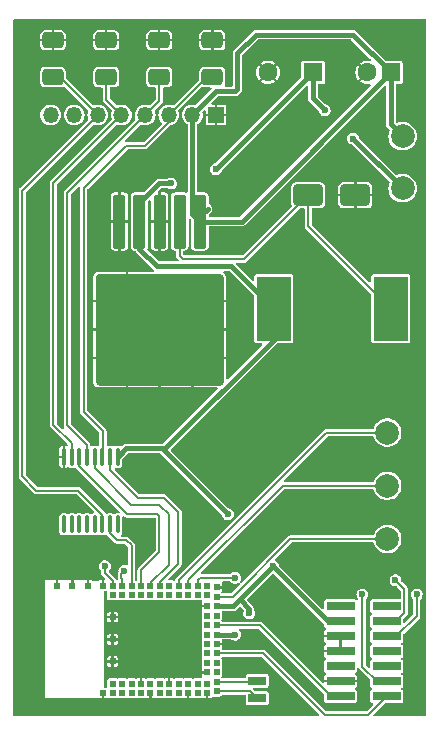
<source format=gbr>
%TF.GenerationSoftware,KiCad,Pcbnew,8.0.7*%
%TF.CreationDate,2025-01-18T17:17:35+01:00*%
%TF.ProjectId,tuff_tuff_pcb,74756666-5f74-4756-9666-5f7063622e6b,rev?*%
%TF.SameCoordinates,Original*%
%TF.FileFunction,Copper,L1,Top*%
%TF.FilePolarity,Positive*%
%FSLAX46Y46*%
G04 Gerber Fmt 4.6, Leading zero omitted, Abs format (unit mm)*
G04 Created by KiCad (PCBNEW 8.0.7) date 2025-01-18 17:17:35*
%MOMM*%
%LPD*%
G01*
G04 APERTURE LIST*
G04 Aperture macros list*
%AMRoundRect*
0 Rectangle with rounded corners*
0 $1 Rounding radius*
0 $2 $3 $4 $5 $6 $7 $8 $9 X,Y pos of 4 corners*
0 Add a 4 corners polygon primitive as box body*
4,1,4,$2,$3,$4,$5,$6,$7,$8,$9,$2,$3,0*
0 Add four circle primitives for the rounded corners*
1,1,$1+$1,$2,$3*
1,1,$1+$1,$4,$5*
1,1,$1+$1,$6,$7*
1,1,$1+$1,$8,$9*
0 Add four rect primitives between the rounded corners*
20,1,$1+$1,$2,$3,$4,$5,0*
20,1,$1+$1,$4,$5,$6,$7,0*
20,1,$1+$1,$6,$7,$8,$9,0*
20,1,$1+$1,$8,$9,$2,$3,0*%
G04 Aperture macros list end*
%TA.AperFunction,ComponentPad*%
%ADD10R,1.600000X1.600000*%
%TD*%
%TA.AperFunction,ComponentPad*%
%ADD11C,1.600000*%
%TD*%
%TA.AperFunction,SMDPad,CuDef*%
%ADD12C,2.000000*%
%TD*%
%TA.AperFunction,SMDPad,CuDef*%
%ADD13RoundRect,0.250000X0.650000X-0.412500X0.650000X0.412500X-0.650000X0.412500X-0.650000X-0.412500X0*%
%TD*%
%TA.AperFunction,SMDPad,CuDef*%
%ADD14R,1.500000X0.800000*%
%TD*%
%TA.AperFunction,SMDPad,CuDef*%
%ADD15R,2.400000X0.740000*%
%TD*%
%TA.AperFunction,SMDPad,CuDef*%
%ADD16RoundRect,0.100000X-0.100000X0.637500X-0.100000X-0.637500X0.100000X-0.637500X0.100000X0.637500X0*%
%TD*%
%TA.AperFunction,SMDPad,CuDef*%
%ADD17R,0.500000X0.500000*%
%TD*%
%TA.AperFunction,SMDPad,CuDef*%
%ADD18RoundRect,0.250000X-1.000000X-0.650000X1.000000X-0.650000X1.000000X0.650000X-1.000000X0.650000X0*%
%TD*%
%TA.AperFunction,SMDPad,CuDef*%
%ADD19RoundRect,0.250000X-0.300000X2.050000X-0.300000X-2.050000X0.300000X-2.050000X0.300000X2.050000X0*%
%TD*%
%TA.AperFunction,SMDPad,CuDef*%
%ADD20RoundRect,0.250000X-2.375000X2.025000X-2.375000X-2.025000X2.375000X-2.025000X2.375000X2.025000X0*%
%TD*%
%TA.AperFunction,SMDPad,CuDef*%
%ADD21RoundRect,0.250002X-5.149998X4.449998X-5.149998X-4.449998X5.149998X-4.449998X5.149998X4.449998X0*%
%TD*%
%TA.AperFunction,ComponentPad*%
%ADD22R,1.350000X1.350000*%
%TD*%
%TA.AperFunction,ComponentPad*%
%ADD23O,1.350000X1.350000*%
%TD*%
%TA.AperFunction,SMDPad,CuDef*%
%ADD24R,2.900000X5.400000*%
%TD*%
%TA.AperFunction,ViaPad*%
%ADD25C,0.600000*%
%TD*%
%TA.AperFunction,Conductor*%
%ADD26C,0.200000*%
%TD*%
%TA.AperFunction,Conductor*%
%ADD27C,0.400000*%
%TD*%
G04 APERTURE END LIST*
D10*
%TO.P,C1,1*%
%TO.N,VIN_DRIVE*%
X-5400000Y55000000D03*
D11*
%TO.P,C1,2*%
%TO.N,GND*%
X-7400000Y55000000D03*
%TD*%
D12*
%TO.P,TP1,1,1*%
%TO.N,Net-(U1-D+)*%
X-5700000Y24500000D03*
%TD*%
D13*
%TO.P,R3,1*%
%TO.N,VIN_LEFT*%
X-20500000Y54600000D03*
%TO.P,R3,2*%
%TO.N,GND*%
X-20500000Y57725000D03*
%TD*%
D14*
%TO.P,Y1,1,1*%
%TO.N,Net-(U1-SIO_01{slash}XL2)*%
X-16700000Y3500000D03*
%TO.P,Y1,2,2*%
%TO.N,Net-(U1-SIO_00{slash}XL1)*%
X-16700000Y2000000D03*
%TD*%
D12*
%TO.P,TP3,1,1*%
%TO.N,VIN_DRIVE*%
X-4400000Y49600000D03*
%TD*%
%TO.P,TP5,1,1*%
%TO.N,3.3V*%
X-4400000Y45200000D03*
%TD*%
D10*
%TO.P,C2,1*%
%TO.N,3.3V*%
X-12000000Y55000000D03*
D11*
%TO.P,C2,2*%
%TO.N,GND*%
X-15800000Y55000000D03*
%TD*%
D12*
%TO.P,TP4,1,1*%
%TO.N,Net-(U1-VBUS)*%
X-5700000Y15500000D03*
%TD*%
D15*
%TO.P,J2,1,NC*%
%TO.N,unconnected-(J2-NC-Pad1)*%
X-9650000Y9810000D03*
%TO.P,J2,2,NC*%
%TO.N,unconnected-(J2-NC-Pad2)*%
X-5750000Y9810000D03*
%TO.P,J2,3,VCC*%
%TO.N,3.3V*%
X-9650000Y8540000D03*
%TO.P,J2,4,JTMS/SWDIO*%
%TO.N,SWDIO*%
X-5750000Y8540000D03*
%TO.P,J2,5,GND*%
%TO.N,GND*%
X-9650000Y7270000D03*
%TO.P,J2,6,JCLK/SWCLK*%
%TO.N,SWCLK*%
X-5750000Y7270000D03*
%TO.P,J2,7,GND*%
%TO.N,GND*%
X-9650000Y6000000D03*
%TO.P,J2,8,JTDO/SWO*%
%TO.N,unconnected-(J2-JTDO{slash}SWO-Pad8)*%
X-5750000Y6000000D03*
%TO.P,J2,9,JRCLK/NC*%
%TO.N,unconnected-(J2-JRCLK{slash}NC-Pad9)*%
X-9650000Y4730000D03*
%TO.P,J2,10,JTDI/NC*%
%TO.N,unconnected-(J2-JTDI{slash}NC-Pad10)*%
X-5750000Y4730000D03*
%TO.P,J2,11,GNDDetect*%
%TO.N,GND*%
X-9650000Y3460000D03*
%TO.P,J2,12,~{RST}*%
%TO.N,NRST*%
X-5750000Y3460000D03*
%TO.P,J2,13,VCP_RX*%
%TO.N,UART_RX*%
X-9650000Y2190000D03*
%TO.P,J2,14,VCP_TX*%
%TO.N,UART_TX*%
X-5750000Y2190000D03*
%TD*%
D13*
%TO.P,R4,1*%
%TO.N,VIN_REVERSE*%
X-34000000Y54600000D03*
%TO.P,R4,2*%
%TO.N,GND*%
X-34000000Y57725000D03*
%TD*%
D12*
%TO.P,TP2,1,1*%
%TO.N,Net-(U1-D-)*%
X-5700000Y20000000D03*
%TD*%
D13*
%TO.P,R2,1*%
%TO.N,VIN_RIGHT*%
X-25000000Y54600000D03*
%TO.P,R2,2*%
%TO.N,GND*%
X-25000000Y57725000D03*
%TD*%
D16*
%TO.P,IC1,1,VCC*%
%TO.N,3.3V*%
X-28525000Y22462500D03*
%TO.P,IC1,2,1Y*%
%TO.N,ON_LEFT*%
X-29175000Y22462500D03*
%TO.P,IC1,3,1A*%
%TO.N,VIN_LEFT*%
X-29825000Y22462500D03*
%TO.P,IC1,4,2Y*%
%TO.N,ON_RIGHT*%
X-30475000Y22462500D03*
%TO.P,IC1,5,2A*%
%TO.N,VIN_RIGHT*%
X-31125000Y22462500D03*
%TO.P,IC1,6,3Y*%
%TO.N,ON_BREAK*%
X-31775000Y22462500D03*
%TO.P,IC1,7,3A*%
%TO.N,VIN_BREAK*%
X-32425000Y22462500D03*
%TO.P,IC1,8,GND*%
%TO.N,GND*%
X-33075000Y22462500D03*
%TO.P,IC1,9,4A*%
%TO.N,unconnected-(IC1-4A-Pad9)*%
X-33075000Y16737500D03*
%TO.P,IC1,10,4Y*%
%TO.N,unconnected-(IC1-4Y-Pad10)*%
X-32425000Y16737500D03*
%TO.P,IC1,11,5A*%
%TO.N,unconnected-(IC1-5A-Pad11)*%
X-31775000Y16737500D03*
%TO.P,IC1,12,5Y*%
%TO.N,unconnected-(IC1-5Y-Pad12)*%
X-31125000Y16737500D03*
%TO.P,IC1,13,NC_1*%
%TO.N,unconnected-(IC1-NC_1-Pad13)*%
X-30475000Y16737500D03*
%TO.P,IC1,14,6A*%
%TO.N,VIN_REVERSE*%
X-29825000Y16737500D03*
%TO.P,IC1,15,6Y*%
%TO.N,ON_REVERSE*%
X-29175000Y16737500D03*
%TO.P,IC1,16,NC_2*%
%TO.N,unconnected-(IC1-NC_2-Pad16)*%
X-28525000Y16737500D03*
%TD*%
D17*
%TO.P,U1,0,GND*%
%TO.N,GND*%
X-29750000Y11550000D03*
%TO.P,U1,1,SWDIO*%
%TO.N,SWDIO*%
X-28950000Y11550000D03*
%TO.P,U1,2,SIO_36*%
%TO.N,unconnected-(U1-SIO_36-Pad2)*%
X-28950000Y10750000D03*
%TO.P,U1,3,SWDCLK*%
%TO.N,SWCLK*%
X-28150000Y11550000D03*
%TO.P,U1,4,SIO_34*%
%TO.N,unconnected-(U1-SIO_34-Pad4)*%
X-28150000Y10750000D03*
%TO.P,U1,5,SIO_35/NAUTORUN*%
%TO.N,ON_REVERSE*%
X-27350000Y11550000D03*
%TO.P,U1,6,SIO_33*%
%TO.N,unconnected-(U1-SIO_33-Pad6)*%
X-27350000Y10750000D03*
%TO.P,U1,7,SIO_32*%
%TO.N,ON_BREAK*%
X-26550000Y11550000D03*
%TO.P,U1,8,SIO_25*%
%TO.N,unconnected-(U1-SIO_25-Pad8)*%
X-26550000Y10750000D03*
%TO.P,U1,9,SIO_23*%
%TO.N,ON_RIGHT*%
X-25750000Y11550000D03*
%TO.P,U1,10,SIO_24*%
%TO.N,unconnected-(U1-SIO_24-Pad10)*%
X-25750000Y10750000D03*
%TO.P,U1,11,SIO_22*%
%TO.N,ON_LEFT*%
X-24950000Y11550000D03*
%TO.P,U1,12,SIO_21*%
%TO.N,unconnected-(U1-SIO_21-Pad12)*%
X-24950000Y10750000D03*
%TO.P,U1,13,SIO_20*%
%TO.N,unconnected-(U1-SIO_20-Pad13)*%
X-24150000Y11550000D03*
%TO.P,U1,14,SIO_19*%
%TO.N,unconnected-(U1-SIO_19-Pad14)*%
X-24150000Y10750000D03*
%TO.P,U1,15,D+*%
%TO.N,Net-(U1-D+)*%
X-23350000Y11550000D03*
%TO.P,U1,16,SIO_17*%
%TO.N,unconnected-(U1-SIO_17-Pad16)*%
X-23350000Y10750000D03*
%TO.P,U1,17,D-*%
%TO.N,Net-(U1-D-)*%
X-22550000Y11550000D03*
%TO.P,U1,18,SIO_15*%
%TO.N,unconnected-(U1-SIO_15-Pad18)*%
X-22550000Y10750000D03*
%TO.P,U1,19,NRESET/SIO_18*%
%TO.N,NRST*%
X-21750000Y11550000D03*
%TO.P,U1,20,SIO_13*%
%TO.N,unconnected-(U1-SIO_13-Pad20)*%
X-21750000Y10750000D03*
%TO.P,U1,21,SIO_16*%
%TO.N,unconnected-(U1-SIO_16-Pad21)*%
X-20950000Y11550000D03*
%TO.P,U1,22,SIO_14*%
%TO.N,unconnected-(U1-SIO_14-Pad22)*%
X-20950000Y10750000D03*
%TO.P,U1,23,GND*%
%TO.N,GND*%
X-20150000Y11400000D03*
%TO.P,U1,24,VBUS*%
%TO.N,Net-(U1-VBUS)*%
X-20150000Y10600000D03*
%TO.P,U1,25,VDD_HV*%
%TO.N,3.3V*%
X-20150000Y9800000D03*
%TO.P,U1,26,GND*%
%TO.N,GND*%
X-20950000Y9800000D03*
%TO.P,U1,27,SIO_11*%
%TO.N,unconnected-(U1-SIO_11-Pad27)*%
X-20150000Y9000000D03*
%TO.P,U1,28,SIO_12*%
%TO.N,unconnected-(U1-SIO_12-Pad28)*%
X-20950000Y9000000D03*
%TO.P,U1,29,SIO_08/UART_RX*%
%TO.N,UART_RX*%
X-20150000Y8200000D03*
%TO.P,U1,30,SIO_41*%
%TO.N,unconnected-(U1-SIO_41-Pad30)*%
X-20950000Y8200000D03*
%TO.P,U1,31,VDD*%
%TO.N,3.3V*%
X-20150000Y7400000D03*
%TO.P,U1,32,SIO_40*%
%TO.N,unconnected-(U1-SIO_40-Pad32)*%
X-20950000Y7400000D03*
%TO.P,U1,33,GND*%
%TO.N,GND*%
X-20150000Y6600000D03*
%TO.P,U1,34,SIO_04/AIN2*%
%TO.N,unconnected-(U1-SIO_04{slash}AIN2-Pad34)*%
X-20950000Y6600000D03*
%TO.P,U1,35,SIO_06/UART_TX*%
%TO.N,UART_TX*%
X-20150000Y5800000D03*
%TO.P,U1,36,SIO_26/I2C_SDA*%
%TO.N,unconnected-(U1-SIO_26{slash}I2C_SDA-Pad36)*%
X-20950000Y5800000D03*
%TO.P,U1,37,SIO_07/UART_CTS*%
%TO.N,unconnected-(U1-SIO_07{slash}UART_CTS-Pad37)*%
X-20150000Y5000000D03*
%TO.P,U1,38,SIO_27/I2C_SCL*%
%TO.N,unconnected-(U1-SIO_27{slash}I2C_SCL-Pad38)*%
X-20950000Y5000000D03*
%TO.P,U1,39,SIO_05/UART_RTS/AIN3*%
%TO.N,unconnected-(U1-SIO_05{slash}UART_RTS{slash}AIN3-Pad39)*%
X-20150000Y4200000D03*
%TO.P,U1,40,GND*%
%TO.N,GND*%
X-20950000Y4200000D03*
%TO.P,U1,41,SIO_01/XL2*%
%TO.N,Net-(U1-SIO_01{slash}XL2)*%
X-20150000Y3400000D03*
%TO.P,U1,42,SIO_00/XL1*%
%TO.N,Net-(U1-SIO_00{slash}XL1)*%
X-20150000Y2600000D03*
%TO.P,U1,43,GND*%
%TO.N,GND*%
X-20950000Y2450000D03*
%TO.P,U1,44,SIO_31/AIN7*%
%TO.N,unconnected-(U1-SIO_31{slash}AIN7-Pad44)*%
X-20950000Y3250000D03*
%TO.P,U1,45,SIO_30/AIN6*%
%TO.N,unconnected-(U1-SIO_30{slash}AIN6-Pad45)*%
X-21750000Y2450000D03*
%TO.P,U1,46,SIO_28/AIN4*%
%TO.N,unconnected-(U1-SIO_28{slash}AIN4-Pad46)*%
X-21750000Y3250000D03*
%TO.P,U1,47,GND*%
%TO.N,GND*%
X-22550000Y2450000D03*
%TO.P,U1,48,SIO_29/AIN5*%
%TO.N,unconnected-(U1-SIO_29{slash}AIN5-Pad48)*%
X-22550000Y3250000D03*
%TO.P,U1,49,SIO_03/AIN1*%
%TO.N,unconnected-(U1-SIO_03{slash}AIN1-Pad49)*%
X-23350000Y2450000D03*
%TO.P,U1,50,SIO_02/AIN0*%
%TO.N,unconnected-(U1-SIO_02{slash}AIN0-Pad50)*%
X-23350000Y3250000D03*
%TO.P,U1,51,SIO_46/SPI_MISO*%
%TO.N,unconnected-(U1-SIO_46{slash}SPI_MISO-Pad51)*%
X-24150000Y2450000D03*
%TO.P,U1,52,GND*%
%TO.N,GND*%
X-24150000Y3250000D03*
%TO.P,U1,53,SIO_47/SPI_CLK*%
%TO.N,unconnected-(U1-SIO_47{slash}SPI_CLK-Pad53)*%
X-24950000Y2450000D03*
%TO.P,U1,54,SIO_44*%
%TO.N,unconnected-(U1-SIO_44-Pad54)*%
X-24950000Y3250000D03*
%TO.P,U1,55,GND*%
%TO.N,GND*%
X-25750000Y2450000D03*
%TO.P,U1,56,SIO_45/SPI_MOSI*%
%TO.N,unconnected-(U1-SIO_45{slash}SPI_MOSI-Pad56)*%
X-25750000Y3250000D03*
%TO.P,U1,57,SIO_10/NFC2*%
%TO.N,unconnected-(U1-SIO_10{slash}NFC2-Pad57)*%
X-26550000Y2450000D03*
%TO.P,U1,58,GND*%
%TO.N,GND*%
X-26550000Y3250000D03*
%TO.P,U1,59,SIO_09/NFC1*%
%TO.N,unconnected-(U1-SIO_09{slash}NFC1-Pad59)*%
X-27350000Y2450000D03*
%TO.P,U1,60,SIO_43*%
%TO.N,unconnected-(U1-SIO_43-Pad60)*%
X-27350000Y3250000D03*
%TO.P,U1,61,SIO_37*%
%TO.N,unconnected-(U1-SIO_37-Pad61)*%
X-28150000Y2450000D03*
%TO.P,U1,62,SIO_42*%
%TO.N,unconnected-(U1-SIO_42-Pad62)*%
X-28150000Y3250000D03*
%TO.P,U1,63,SIO_38*%
%TO.N,unconnected-(U1-SIO_38-Pad63)*%
X-28950000Y2450000D03*
%TO.P,U1,64,SIO_39*%
%TO.N,unconnected-(U1-SIO_39-Pad64)*%
X-28950000Y3250000D03*
%TO.P,U1,65,GND*%
%TO.N,GND*%
X-29750000Y2450000D03*
%TO.P,U1,66,GND*%
X-31050000Y11550000D03*
%TO.P,U1,67,GND*%
X-32350000Y11550000D03*
%TO.P,U1,68,GND*%
X-33650000Y11550000D03*
%TO.P,U1,69,GND*%
X-28950000Y8875000D03*
%TO.P,U1,70,GND*%
X-28950000Y7000000D03*
%TO.P,U1,71,GND*%
X-28950000Y5125000D03*
%TD*%
D18*
%TO.P,D1,1,K*%
%TO.N,Net-(D1-K)*%
X-12400000Y44600000D03*
%TO.P,D1,2,A*%
%TO.N,GND*%
X-8400000Y44600000D03*
%TD*%
D19*
%TO.P,U2,1,VIN*%
%TO.N,VIN_DRIVE*%
X-21575000Y42375000D03*
%TO.P,U2,2,OUT*%
%TO.N,Net-(D1-K)*%
X-23275000Y42375000D03*
%TO.P,U2,3,GND*%
%TO.N,GND*%
X-24975000Y42375000D03*
D20*
X-22200000Y35650000D03*
X-27750000Y35650000D03*
D21*
X-24975000Y33225000D03*
D20*
X-22200000Y30800000D03*
X-27750000Y30800000D03*
D19*
%TO.P,U2,4,FB*%
%TO.N,3.3V*%
X-26675000Y42375000D03*
%TO.P,U2,5,~{ON}/OFF*%
%TO.N,GND*%
X-28375000Y42375000D03*
%TD*%
D22*
%TO.P,J1,1,Pin_1*%
%TO.N,GND*%
X-20200000Y51400000D03*
D23*
%TO.P,J1,2,Pin_2*%
%TO.N,VIN_DRIVE*%
X-22200000Y51400000D03*
%TO.P,J1,3,Pin_3*%
%TO.N,VIN_LEFT*%
X-24200000Y51400000D03*
%TO.P,J1,4,Pin_4*%
%TO.N,VIN_RIGHT*%
X-26200000Y51400000D03*
%TO.P,J1,5,Pin_5*%
%TO.N,VIN_BREAK*%
X-28200000Y51400000D03*
%TO.P,J1,6,Pin_6*%
%TO.N,VIN_REVERSE*%
X-30200000Y51400000D03*
%TO.P,J1,7,Pin_7*%
%TO.N,GPIO_1*%
X-32200000Y51400000D03*
%TO.P,J1,8,Pin_8*%
%TO.N,GPIO_2*%
X-34200000Y51400000D03*
%TD*%
D24*
%TO.P,L1,1,1*%
%TO.N,Net-(D1-K)*%
X-5400000Y35000000D03*
%TO.P,L1,2,2*%
%TO.N,3.3V*%
X-15300000Y35000000D03*
%TD*%
D13*
%TO.P,R1,1*%
%TO.N,VIN_BREAK*%
X-29500000Y54600000D03*
%TO.P,R1,2*%
%TO.N,GND*%
X-29500000Y57725000D03*
%TD*%
D25*
%TO.N,GND*%
X-3800000Y1600000D03*
X-26400000Y8400000D03*
X-31800000Y25400000D03*
X-35800000Y2000000D03*
X-15000000Y9000000D03*
X-19000000Y11400000D03*
X-26800000Y46600000D03*
X-16000000Y25200000D03*
X-23800000Y8400000D03*
X-25800000Y26400000D03*
X-26400000Y5400000D03*
X-23800000Y5400000D03*
X-14600000Y48600000D03*
X-27000000Y16000000D03*
X-27600000Y56200000D03*
X-35200000Y37000000D03*
%TO.N,SWDIO*%
X-5000000Y12000000D03*
X-29600000Y13200000D03*
%TO.N,SWCLK*%
X-3200000Y10800000D03*
X-27950000Y12800000D03*
%TO.N,NRST*%
X-18600000Y12200000D03*
X-7800000Y10800000D03*
%TO.N,3.3V*%
X-19200000Y17600000D03*
X-20200000Y46800000D03*
X-17400000Y9200000D03*
X-11000000Y51800000D03*
X-15375735Y13175735D03*
X-18600000Y7400000D03*
X-24000000Y45600000D03*
X-8600000Y49400000D03*
%TD*%
D26*
%TO.N,Net-(D1-K)*%
X-12400000Y44600000D02*
X-12400000Y42000000D01*
X-23000000Y39200000D02*
X-23275000Y39475000D01*
X-12400000Y44600000D02*
X-17800000Y39200000D01*
X-23275000Y39475000D02*
X-23275000Y42375000D01*
X-17800000Y39200000D02*
X-23000000Y39200000D01*
X-12400000Y42000000D02*
X-5400000Y35000000D01*
%TO.N,VIN_RIGHT*%
X-26200000Y51400000D02*
X-32800000Y44800000D01*
X-25000000Y54600000D02*
X-25000000Y52600000D01*
X-25000000Y52600000D02*
X-26200000Y51400000D01*
X-32800000Y25119500D02*
X-31125000Y23444500D01*
X-31125000Y23444500D02*
X-31125000Y22462500D01*
X-32800000Y44800000D02*
X-32800000Y25119500D01*
%TO.N,SWDIO*%
X-4250000Y9210000D02*
X-4920000Y8540000D01*
X-29600000Y12600000D02*
X-28950000Y11950000D01*
X-28950000Y11950000D02*
X-28950000Y11550000D01*
X-4250000Y11250000D02*
X-4250000Y9210000D01*
X-4920000Y8540000D02*
X-5750000Y8540000D01*
X-5000000Y12000000D02*
X-4250000Y11250000D01*
X-29600000Y13200000D02*
X-29600000Y12600000D01*
%TO.N,UART_RX*%
X-20150000Y8200000D02*
X-16490000Y8200000D01*
X-10480000Y2190000D02*
X-9650000Y2190000D01*
X-16490000Y8200000D02*
X-10480000Y2190000D01*
%TO.N,SWCLK*%
X-27950000Y12800000D02*
X-28200000Y12550000D01*
X-3200000Y10800000D02*
X-3200000Y8990000D01*
X-3200000Y8990000D02*
X-4920000Y7270000D01*
X-28150000Y12150000D02*
X-28150000Y11550000D01*
X-28200000Y12550000D02*
X-28200000Y12200000D01*
X-28150000Y11715686D02*
X-28150000Y11550000D01*
X-4920000Y7270000D02*
X-5750000Y7270000D01*
X-28200000Y12200000D02*
X-28150000Y12150000D01*
%TO.N,UART_TX*%
X-7340000Y600000D02*
X-5750000Y2190000D01*
X-20150000Y5800000D02*
X-16200000Y5800000D01*
X-16200000Y5800000D02*
X-11000000Y600000D01*
X-11000000Y600000D02*
X-7340000Y600000D01*
%TO.N,NRST*%
X-21550000Y12200000D02*
X-18600000Y12200000D01*
X-7800000Y10800000D02*
X-7800000Y4680000D01*
X-6580000Y3460000D02*
X-5750000Y3460000D01*
X-7800000Y4680000D02*
X-6580000Y3460000D01*
X-21750000Y11550000D02*
X-21750000Y12000000D01*
X-21750000Y12000000D02*
X-21550000Y12200000D01*
%TO.N,VIN_REVERSE*%
X-29825000Y17560500D02*
X-29825000Y16737500D01*
X-36600000Y20800000D02*
X-35400000Y19600000D01*
X-35400000Y19600000D02*
X-31864500Y19600000D01*
X-34000000Y54600000D02*
X-33400000Y54600000D01*
X-33400000Y54600000D02*
X-30200000Y51400000D01*
X-31864500Y19600000D02*
X-29825000Y17560500D01*
X-36600000Y45000000D02*
X-36600000Y20800000D01*
X-30200000Y51400000D02*
X-36600000Y45000000D01*
%TO.N,VIN_LEFT*%
X-31400000Y26259500D02*
X-29765000Y24624500D01*
X-26200000Y48800000D02*
X-27800000Y48800000D01*
X-24200000Y50800000D02*
X-26200000Y48800000D01*
X-29765000Y24624500D02*
X-29765000Y22462500D01*
X-20500000Y54600000D02*
X-21000000Y54600000D01*
X-21000000Y54600000D02*
X-24200000Y51400000D01*
X-27800000Y48800000D02*
X-31400000Y45200000D01*
X-24200000Y51400000D02*
X-24200000Y50800000D01*
X-31400000Y45200000D02*
X-31400000Y26259500D01*
%TO.N,ON_LEFT*%
X-23400000Y17800000D02*
X-23400000Y13400000D01*
X-23400000Y13400000D02*
X-24950000Y11850000D01*
X-29175000Y22462500D02*
X-29175000Y21375000D01*
X-24600000Y19000000D02*
X-23400000Y17800000D01*
X-26800000Y19000000D02*
X-24600000Y19000000D01*
X-24950000Y11850000D02*
X-24950000Y11550000D01*
X-29175000Y21375000D02*
X-26800000Y19000000D01*
%TO.N,VIN_BREAK*%
X-33975000Y25175000D02*
X-32425000Y23625000D01*
X-33975000Y45625000D02*
X-33975000Y25175000D01*
X-32425000Y23625000D02*
X-32425000Y22462500D01*
X-28200000Y51400000D02*
X-33975000Y45625000D01*
X-29500000Y54600000D02*
X-29500000Y52700000D01*
X-29500000Y52700000D02*
X-28200000Y51400000D01*
%TO.N,ON_RIGHT*%
X-30475000Y22462500D02*
X-30475000Y21475000D01*
X-27400000Y18400000D02*
X-25000000Y18400000D01*
X-24200000Y13300000D02*
X-25750000Y11750000D01*
X-30475000Y21475000D02*
X-27400000Y18400000D01*
X-25000000Y18400000D02*
X-24200000Y17600000D01*
X-25750000Y11750000D02*
X-25750000Y11550000D01*
X-24200000Y17600000D02*
X-24200000Y13300000D01*
%TO.N,Net-(U1-D+)*%
X-5700000Y24500000D02*
X-10850000Y24500000D01*
X-23350000Y12000000D02*
X-23350000Y11550000D01*
X-10850000Y24500000D02*
X-23350000Y12000000D01*
%TO.N,Net-(U1-D-)*%
X-5700000Y20000000D02*
X-14550000Y20000000D01*
X-22550000Y12000000D02*
X-22550000Y11550000D01*
X-14550000Y20000000D02*
X-22550000Y12000000D01*
%TO.N,ON_REVERSE*%
X-27800000Y15400000D02*
X-27350000Y14950000D01*
X-27350000Y14950000D02*
X-27350000Y11550000D01*
X-29175000Y16737500D02*
X-29175000Y16000001D01*
X-28574999Y15400000D02*
X-27800000Y15400000D01*
X-29175000Y16000001D02*
X-28574999Y15400000D01*
%TO.N,Net-(U1-VBUS)*%
X-5700000Y15500000D02*
X-13900000Y15500000D01*
X-13900000Y15500000D02*
X-18800000Y10600000D01*
X-18800000Y10600000D02*
X-20150000Y10600000D01*
D27*
%TO.N,VIN_DRIVE*%
X-5400000Y55000000D02*
X-5400000Y50600000D01*
X-20200000Y53400000D02*
X-18600000Y53400000D01*
X-18025000Y42375000D02*
X-21575000Y42375000D01*
X-18400000Y53600000D02*
X-18400000Y56600000D01*
X-5400000Y50600000D02*
X-4400000Y49600000D01*
X-18600000Y53400000D02*
X-18400000Y53600000D01*
X-18400000Y56600000D02*
X-16800000Y58200000D01*
X-5400000Y55000000D02*
X-18025000Y42375000D01*
X-22200000Y51400000D02*
X-22200000Y43000000D01*
X-16800000Y58200000D02*
X-8600000Y58200000D01*
X-20900000Y43450000D02*
X-21075000Y43275000D01*
X-22200000Y51400000D02*
X-20200000Y53400000D01*
X-8600000Y58200000D02*
X-5400000Y55000000D01*
X-22200000Y43000000D02*
X-21575000Y42375000D01*
D26*
%TO.N,Net-(U1-SIO_00{slash}XL1)*%
X-17300000Y2600000D02*
X-16700000Y2000000D01*
X-20150000Y2600000D02*
X-17300000Y2600000D01*
%TO.N,Net-(U1-SIO_01{slash}XL2)*%
X-16800000Y3400000D02*
X-16700000Y3500000D01*
X-20150000Y3400000D02*
X-16800000Y3400000D01*
%TO.N,ON_BREAK*%
X-25000000Y17400000D02*
X-25000000Y14400000D01*
X-26550000Y12850000D02*
X-26550000Y11550000D01*
X-25000000Y14400000D02*
X-26550000Y12850000D01*
X-31775000Y21669500D02*
X-31775000Y22462500D01*
X-25200000Y17600000D02*
X-25000000Y17400000D01*
X-27705500Y17600000D02*
X-31775000Y21669500D01*
X-27705500Y17600000D02*
X-25200000Y17600000D01*
D27*
%TO.N,3.3V*%
X-24511834Y23162000D02*
X-15300000Y32373834D01*
X-26355000Y23162000D02*
X-24762000Y23162000D01*
X-18751470Y9800000D02*
X-20150000Y9800000D01*
X-27825500Y23162000D02*
X-28525000Y22462500D01*
X-15375735Y13175735D02*
X-10740000Y8540000D01*
X-17400000Y9200000D02*
X-17400000Y9600000D01*
X-24000000Y45600000D02*
X-25026166Y45600000D01*
X-20150000Y7400000D02*
X-18600000Y7400000D01*
X-15375735Y13175735D02*
X-18175735Y10375735D01*
X-17400000Y9600000D02*
X-18175735Y10375735D01*
X-26355000Y23162000D02*
X-27825500Y23162000D01*
X-24762000Y23162000D02*
X-19200000Y17600000D01*
X-12000000Y55000000D02*
X-20200000Y46800000D01*
X-12000000Y52800000D02*
X-11000000Y51800000D01*
X-25200000Y38600000D02*
X-26675000Y40075000D01*
X-18900000Y38600000D02*
X-25200000Y38600000D01*
X-26675000Y40075000D02*
X-26675000Y42375000D01*
X-18175735Y10375735D02*
X-18751470Y9800000D01*
X-8600000Y49400000D02*
X-4400000Y45200000D01*
X-10740000Y8540000D02*
X-9650000Y8540000D01*
X-15300000Y32373834D02*
X-15300000Y35000000D01*
X-15300000Y35000000D02*
X-18900000Y38600000D01*
X-12000000Y55000000D02*
X-12000000Y52800000D01*
X-26675000Y43951166D02*
X-26675000Y42375000D01*
X-25026166Y45600000D02*
X-26675000Y43951166D01*
X-26355000Y23162000D02*
X-24511834Y23162000D01*
%TD*%
%TA.AperFunction,Conductor*%
%TO.N,GND*%
G36*
X-2440809Y59480593D02*
G01*
X-2404845Y59431093D01*
X-2400000Y59400500D01*
X-2400000Y599500D01*
X-2418907Y541309D01*
X-2468407Y505345D01*
X-2499000Y500500D01*
X-6775521Y500500D01*
X-6833712Y519407D01*
X-6869676Y568907D01*
X-6869676Y630093D01*
X-6845525Y669504D01*
X-5924525Y1590504D01*
X-5870008Y1618281D01*
X-5854521Y1619500D01*
X-4530253Y1619500D01*
X-4530252Y1619500D01*
X-4471769Y1631133D01*
X-4405448Y1675448D01*
X-4361133Y1741769D01*
X-4349500Y1800252D01*
X-4349500Y2579748D01*
X-4361133Y2638231D01*
X-4405448Y2704552D01*
X-4462519Y2742687D01*
X-4500397Y2790735D01*
X-4502799Y2851873D01*
X-4468806Y2902746D01*
X-4462528Y2907308D01*
X-4405448Y2945448D01*
X-4361133Y3011769D01*
X-4349500Y3070252D01*
X-4349500Y3849748D01*
X-4361133Y3908231D01*
X-4405448Y3974552D01*
X-4462519Y4012687D01*
X-4500397Y4060735D01*
X-4502799Y4121873D01*
X-4468806Y4172746D01*
X-4462528Y4177308D01*
X-4405448Y4215448D01*
X-4361133Y4281769D01*
X-4349500Y4340252D01*
X-4349500Y5119748D01*
X-4361133Y5178231D01*
X-4405448Y5244552D01*
X-4462519Y5282687D01*
X-4500397Y5330735D01*
X-4502799Y5391873D01*
X-4468806Y5442746D01*
X-4462528Y5447308D01*
X-4405448Y5485448D01*
X-4361133Y5551769D01*
X-4349500Y5610252D01*
X-4349500Y6389748D01*
X-4361133Y6448231D01*
X-4405448Y6514552D01*
X-4462519Y6552687D01*
X-4500397Y6600735D01*
X-4502799Y6661873D01*
X-4468806Y6712746D01*
X-4462528Y6717308D01*
X-4405448Y6755448D01*
X-4361133Y6821769D01*
X-4349500Y6880252D01*
X-4349500Y7374522D01*
X-4330593Y7432713D01*
X-4320510Y7444520D01*
X-2959540Y8805489D01*
X-2947240Y8826793D01*
X-2919979Y8874011D01*
X-2899500Y8950438D01*
X-2899500Y10346107D01*
X-2880593Y10404298D01*
X-2873259Y10412289D01*
X-2873509Y10412506D01*
X-2868872Y10417857D01*
X-2774623Y10526627D01*
X-2714835Y10657543D01*
X-2694353Y10800000D01*
X-2708803Y10900500D01*
X-2714835Y10942457D01*
X-2750133Y11019748D01*
X-2774623Y11073373D01*
X-2868872Y11182143D01*
X-2868873Y11182144D01*
X-2868874Y11182145D01*
X-2989943Y11259951D01*
X-2989946Y11259953D01*
X-2989947Y11259953D01*
X-2989950Y11259954D01*
X-3128036Y11300500D01*
X-3128039Y11300500D01*
X-3271961Y11300500D01*
X-3271965Y11300500D01*
X-3410051Y11259954D01*
X-3410058Y11259951D01*
X-3531127Y11182145D01*
X-3625378Y11073372D01*
X-3685166Y10942457D01*
X-3705647Y10800003D01*
X-3705647Y10799998D01*
X-3685166Y10657544D01*
X-3625377Y10526627D01*
X-3531909Y10418758D01*
X-3526491Y10412506D01*
X-3528529Y10410741D01*
X-3503075Y10368542D01*
X-3500500Y10346107D01*
X-3500500Y9155479D01*
X-3519407Y9097288D01*
X-3529496Y9085475D01*
X-4180496Y8434475D01*
X-4235013Y8406698D01*
X-4295445Y8416269D01*
X-4338710Y8459534D01*
X-4349500Y8504479D01*
X-4349500Y8644522D01*
X-4330593Y8702713D01*
X-4320510Y8714520D01*
X-4009540Y9025489D01*
X-3991034Y9057543D01*
X-3969979Y9094011D01*
X-3949500Y9170438D01*
X-3949500Y11289562D01*
X-3969979Y11365989D01*
X-3990193Y11401000D01*
X-4009540Y11434511D01*
X-4065489Y11490461D01*
X-4065489Y11490460D01*
X-4469454Y11894425D01*
X-4497231Y11948942D01*
X-4497442Y11978518D01*
X-4494353Y12000000D01*
X-4494425Y12000499D01*
X-4514835Y12142457D01*
X-4574623Y12273373D01*
X-4668872Y12382143D01*
X-4668873Y12382144D01*
X-4668874Y12382145D01*
X-4789943Y12459951D01*
X-4789946Y12459953D01*
X-4789947Y12459953D01*
X-4789950Y12459954D01*
X-4928036Y12500500D01*
X-4928039Y12500500D01*
X-5071961Y12500500D01*
X-5071965Y12500500D01*
X-5210051Y12459954D01*
X-5210058Y12459951D01*
X-5331127Y12382145D01*
X-5425378Y12273372D01*
X-5485166Y12142457D01*
X-5505647Y12000003D01*
X-5505647Y12000000D01*
X-5485166Y11857544D01*
X-5433996Y11745499D01*
X-5425377Y11726627D01*
X-5331128Y11617857D01*
X-5331127Y11617856D01*
X-5210058Y11540050D01*
X-5210053Y11540047D01*
X-5103597Y11508789D01*
X-5071965Y11499501D01*
X-5071964Y11499501D01*
X-5071961Y11499500D01*
X-5071959Y11499500D01*
X-4965479Y11499500D01*
X-4907288Y11480593D01*
X-4895475Y11470504D01*
X-4579496Y11154525D01*
X-4551719Y11100008D01*
X-4550500Y11084521D01*
X-4550500Y10479500D01*
X-4569407Y10421309D01*
X-4618907Y10385345D01*
X-4649500Y10380500D01*
X-6969748Y10380500D01*
X-6969749Y10380500D01*
X-6969759Y10380499D01*
X-7028228Y10368868D01*
X-7028234Y10368866D01*
X-7094549Y10324555D01*
X-7094555Y10324549D01*
X-7138866Y10258234D01*
X-7138868Y10258228D01*
X-7150499Y10199759D01*
X-7150500Y10199747D01*
X-7150500Y9420254D01*
X-7150499Y9420242D01*
X-7138868Y9361773D01*
X-7138866Y9361767D01*
X-7094555Y9295452D01*
X-7094552Y9295448D01*
X-7094549Y9295446D01*
X-7037483Y9257315D01*
X-6999604Y9209265D01*
X-6997202Y9148127D01*
X-7031195Y9097253D01*
X-7037483Y9092685D01*
X-7094549Y9054555D01*
X-7094555Y9054549D01*
X-7138866Y8988234D01*
X-7138868Y8988228D01*
X-7150499Y8929759D01*
X-7150500Y8929747D01*
X-7150500Y8150254D01*
X-7150499Y8150242D01*
X-7138868Y8091773D01*
X-7138866Y8091767D01*
X-7094555Y8025452D01*
X-7094552Y8025448D01*
X-7094549Y8025446D01*
X-7037483Y7987315D01*
X-6999604Y7939265D01*
X-6997202Y7878127D01*
X-7031195Y7827253D01*
X-7037483Y7822685D01*
X-7094549Y7784555D01*
X-7094555Y7784549D01*
X-7138866Y7718234D01*
X-7138868Y7718228D01*
X-7150499Y7659759D01*
X-7150500Y7659747D01*
X-7150500Y6880254D01*
X-7150499Y6880242D01*
X-7138868Y6821773D01*
X-7138866Y6821767D01*
X-7094555Y6755452D01*
X-7094552Y6755448D01*
X-7094549Y6755446D01*
X-7037483Y6717315D01*
X-6999604Y6669265D01*
X-6997202Y6608127D01*
X-7031195Y6557253D01*
X-7037483Y6552685D01*
X-7094549Y6514555D01*
X-7094555Y6514549D01*
X-7138866Y6448234D01*
X-7138868Y6448228D01*
X-7150499Y6389759D01*
X-7150500Y6389747D01*
X-7150500Y5610254D01*
X-7150499Y5610242D01*
X-7138868Y5551773D01*
X-7138866Y5551767D01*
X-7094795Y5485811D01*
X-7094552Y5485448D01*
X-7094549Y5485446D01*
X-7037483Y5447315D01*
X-6999604Y5399265D01*
X-6997202Y5338127D01*
X-7031195Y5287253D01*
X-7037483Y5282685D01*
X-7094549Y5244555D01*
X-7094555Y5244549D01*
X-7138866Y5178234D01*
X-7138868Y5178228D01*
X-7150499Y5119759D01*
X-7150500Y5119747D01*
X-7150500Y4694479D01*
X-7169407Y4636288D01*
X-7218907Y4600324D01*
X-7280093Y4600324D01*
X-7319504Y4624475D01*
X-7470504Y4775475D01*
X-7498281Y4829992D01*
X-7499500Y4845479D01*
X-7499500Y10346107D01*
X-7480593Y10404298D01*
X-7473259Y10412289D01*
X-7473509Y10412506D01*
X-7468872Y10417857D01*
X-7374623Y10526627D01*
X-7314835Y10657543D01*
X-7294353Y10800000D01*
X-7308803Y10900500D01*
X-7314835Y10942457D01*
X-7350133Y11019748D01*
X-7374623Y11073373D01*
X-7468872Y11182143D01*
X-7468873Y11182144D01*
X-7468874Y11182145D01*
X-7589943Y11259951D01*
X-7589946Y11259953D01*
X-7589947Y11259953D01*
X-7589950Y11259954D01*
X-7728036Y11300500D01*
X-7728039Y11300500D01*
X-7871961Y11300500D01*
X-7871965Y11300500D01*
X-8010051Y11259954D01*
X-8010058Y11259951D01*
X-8131127Y11182145D01*
X-8225378Y11073372D01*
X-8285166Y10942457D01*
X-8305647Y10800003D01*
X-8305647Y10799998D01*
X-8285166Y10657544D01*
X-8225377Y10526627D01*
X-8180744Y10475117D01*
X-8156926Y10418758D01*
X-8170785Y10359162D01*
X-8217026Y10319095D01*
X-8277987Y10313859D01*
X-8310565Y10327971D01*
X-8371767Y10368866D01*
X-8371769Y10368867D01*
X-8371772Y10368868D01*
X-8371773Y10368868D01*
X-8430242Y10380499D01*
X-8430252Y10380500D01*
X-10869748Y10380500D01*
X-10869749Y10380500D01*
X-10869759Y10380499D01*
X-10928228Y10368868D01*
X-10928234Y10368866D01*
X-10994549Y10324555D01*
X-10994555Y10324549D01*
X-11038866Y10258234D01*
X-11038868Y10258228D01*
X-11050499Y10199759D01*
X-11050500Y10199747D01*
X-11050500Y9655901D01*
X-11069407Y9597710D01*
X-11118907Y9561746D01*
X-11180093Y9561746D01*
X-11219504Y9585897D01*
X-14856991Y13223384D01*
X-14884768Y13277901D01*
X-14884956Y13279141D01*
X-14890570Y13318192D01*
X-14901652Y13342457D01*
X-14950357Y13449106D01*
X-14950358Y13449107D01*
X-14950358Y13449108D01*
X-15044607Y13557878D01*
X-15044608Y13557879D01*
X-15044609Y13557880D01*
X-15168051Y13637211D01*
X-15206783Y13684577D01*
X-15210276Y13745663D01*
X-15184534Y13790497D01*
X-13804525Y15170504D01*
X-13750008Y15198281D01*
X-13734521Y15199500D01*
X-6937409Y15199500D01*
X-6879218Y15180593D01*
X-6843254Y15131093D01*
X-6842197Y15127622D01*
X-6824229Y15064472D01*
X-6725058Y14865311D01*
X-6590981Y14687764D01*
X-6426562Y14537876D01*
X-6237401Y14420753D01*
X-6029940Y14340382D01*
X-5811243Y14299500D01*
X-5588757Y14299500D01*
X-5370060Y14340382D01*
X-5162599Y14420753D01*
X-4973438Y14537876D01*
X-4809019Y14687764D01*
X-4674942Y14865311D01*
X-4575771Y15064472D01*
X-4514885Y15278464D01*
X-4494357Y15500000D01*
X-4514885Y15721536D01*
X-4575771Y15935528D01*
X-4674942Y16134689D01*
X-4809019Y16312236D01*
X-4973438Y16462124D01*
X-5162599Y16579247D01*
X-5370060Y16659618D01*
X-5370061Y16659619D01*
X-5370063Y16659619D01*
X-5588757Y16700500D01*
X-5811243Y16700500D01*
X-6029938Y16659619D01*
X-6106203Y16630074D01*
X-6237401Y16579247D01*
X-6426562Y16462124D01*
X-6590980Y16312237D01*
X-6725057Y16134691D01*
X-6725062Y16134682D01*
X-6777183Y16030009D01*
X-6824229Y15935528D01*
X-6842190Y15872406D01*
X-6876299Y15821612D01*
X-6933751Y15800568D01*
X-6937409Y15800500D01*
X-13939565Y15800500D01*
X-14015989Y15780022D01*
X-14015993Y15780020D01*
X-14084509Y15740462D01*
X-18020371Y11804601D01*
X-18074888Y11776824D01*
X-18135320Y11786395D01*
X-18178585Y11829660D01*
X-18188156Y11890092D01*
X-18176814Y11919845D01*
X-18177564Y11920187D01*
X-18151318Y11977657D01*
X-18114835Y12057543D01*
X-18100041Y12160438D01*
X-18094353Y12199998D01*
X-18094353Y12200003D01*
X-18114835Y12342457D01*
X-18148188Y12415489D01*
X-18174623Y12473373D01*
X-18268872Y12582143D01*
X-18268873Y12582144D01*
X-18268874Y12582145D01*
X-18389943Y12659951D01*
X-18389946Y12659953D01*
X-18389947Y12659953D01*
X-18389950Y12659954D01*
X-18528036Y12700500D01*
X-18528039Y12700500D01*
X-18671961Y12700500D01*
X-18671965Y12700500D01*
X-18810051Y12659954D01*
X-18810058Y12659951D01*
X-18931124Y12582146D01*
X-18931125Y12582145D01*
X-18931128Y12582143D01*
X-18968218Y12539338D01*
X-18972264Y12534669D01*
X-19024660Y12503073D01*
X-19047083Y12500500D01*
X-21385522Y12500500D01*
X-21443713Y12519407D01*
X-21479677Y12568907D01*
X-21479677Y12630093D01*
X-21455526Y12669504D01*
X-17990347Y16134682D01*
X-14454525Y19670504D01*
X-14400008Y19698281D01*
X-14384521Y19699500D01*
X-6937409Y19699500D01*
X-6879218Y19680593D01*
X-6843254Y19631093D01*
X-6842197Y19627622D01*
X-6824229Y19564472D01*
X-6725058Y19365311D01*
X-6590981Y19187764D01*
X-6426562Y19037876D01*
X-6237401Y18920753D01*
X-6029940Y18840382D01*
X-5811243Y18799500D01*
X-5588757Y18799500D01*
X-5370060Y18840382D01*
X-5162599Y18920753D01*
X-4973438Y19037876D01*
X-4809019Y19187764D01*
X-4674942Y19365311D01*
X-4575771Y19564472D01*
X-4514885Y19778464D01*
X-4494357Y20000000D01*
X-4514885Y20221536D01*
X-4575771Y20435528D01*
X-4674942Y20634689D01*
X-4809019Y20812236D01*
X-4973438Y20962124D01*
X-5162599Y21079247D01*
X-5370060Y21159618D01*
X-5370061Y21159619D01*
X-5370063Y21159619D01*
X-5588757Y21200500D01*
X-5811243Y21200500D01*
X-6029938Y21159619D01*
X-6106203Y21130074D01*
X-6237401Y21079247D01*
X-6421143Y20965479D01*
X-6426562Y20962124D01*
X-6590980Y20812237D01*
X-6725057Y20634691D01*
X-6725062Y20634682D01*
X-6734619Y20615489D01*
X-6824229Y20435528D01*
X-6842190Y20372406D01*
X-6876299Y20321612D01*
X-6933751Y20300568D01*
X-6937409Y20300500D01*
X-14385522Y20300500D01*
X-14443713Y20319407D01*
X-14479677Y20368907D01*
X-14479677Y20430093D01*
X-14455526Y20469504D01*
X-12669428Y22255601D01*
X-10754525Y24170504D01*
X-10700008Y24198281D01*
X-10684521Y24199500D01*
X-6937409Y24199500D01*
X-6879218Y24180593D01*
X-6843254Y24131093D01*
X-6842197Y24127622D01*
X-6824229Y24064472D01*
X-6725058Y23865311D01*
X-6590981Y23687764D01*
X-6426562Y23537876D01*
X-6237401Y23420753D01*
X-6029940Y23340382D01*
X-5811243Y23299500D01*
X-5588757Y23299500D01*
X-5370060Y23340382D01*
X-5162599Y23420753D01*
X-4973438Y23537876D01*
X-4809019Y23687764D01*
X-4674942Y23865311D01*
X-4575771Y24064472D01*
X-4514885Y24278464D01*
X-4494357Y24500000D01*
X-4514885Y24721536D01*
X-4575771Y24935528D01*
X-4674942Y25134689D01*
X-4809019Y25312236D01*
X-4973438Y25462124D01*
X-5162599Y25579247D01*
X-5370060Y25659618D01*
X-5370061Y25659619D01*
X-5370063Y25659619D01*
X-5588757Y25700500D01*
X-5811243Y25700500D01*
X-6029938Y25659619D01*
X-6106203Y25630074D01*
X-6237401Y25579247D01*
X-6426562Y25462124D01*
X-6590981Y25312236D01*
X-6611564Y25284979D01*
X-6725057Y25134691D01*
X-6725062Y25134682D01*
X-6790378Y25003510D01*
X-6824229Y24935528D01*
X-6842190Y24872406D01*
X-6876299Y24821612D01*
X-6933751Y24800568D01*
X-6937409Y24800500D01*
X-10810438Y24800500D01*
X-10889562Y24800500D01*
X-10936339Y24787967D01*
X-10965993Y24780021D01*
X-11034507Y24740464D01*
X-23534511Y12240460D01*
X-23534512Y12240461D01*
X-23590461Y12184511D01*
X-23630020Y12115993D01*
X-23630021Y12115991D01*
X-23651356Y12036371D01*
X-23684680Y11985058D01*
X-23691972Y11979686D01*
X-23694990Y11977669D01*
X-23753877Y11961055D01*
X-23805001Y11977663D01*
X-23821768Y11988866D01*
X-23821767Y11988866D01*
X-23821769Y11988867D01*
X-23821772Y11988868D01*
X-23821773Y11988868D01*
X-23880242Y12000499D01*
X-23880252Y12000500D01*
X-23880253Y12000500D01*
X-24135521Y12000500D01*
X-24193712Y12019407D01*
X-24229676Y12068907D01*
X-24229676Y12130093D01*
X-24205525Y12169504D01*
X-23959539Y12415490D01*
X-23159540Y13215489D01*
X-23133589Y13260438D01*
X-23119979Y13284011D01*
X-23099500Y13360438D01*
X-23099500Y17839562D01*
X-23119979Y17915989D01*
X-23159540Y17984511D01*
X-23215489Y18040461D01*
X-23215489Y18040460D01*
X-24415489Y19240460D01*
X-24415492Y19240462D01*
X-24484008Y19280020D01*
X-24484012Y19280022D01*
X-24560436Y19300500D01*
X-24560438Y19300500D01*
X-26634521Y19300500D01*
X-26692712Y19319407D01*
X-26704525Y19329496D01*
X-28730526Y21355497D01*
X-28758303Y21410014D01*
X-28748732Y21470446D01*
X-28705467Y21513711D01*
X-28660527Y21524501D01*
X-28380136Y21524501D01*
X-28355009Y21527415D01*
X-28252235Y21572794D01*
X-28172794Y21652235D01*
X-28127415Y21755009D01*
X-28124500Y21780135D01*
X-28124501Y22255602D01*
X-28105594Y22313792D01*
X-28095511Y22325598D01*
X-27688603Y22732504D01*
X-27634087Y22760281D01*
X-27618600Y22761500D01*
X-26407727Y22761500D01*
X-24968901Y22761500D01*
X-24910710Y22742593D01*
X-24898897Y22732504D01*
X-19718746Y17552353D01*
X-19690969Y17497836D01*
X-19690758Y17496438D01*
X-19685166Y17457544D01*
X-19664920Y17413213D01*
X-19625377Y17326627D01*
X-19542597Y17231093D01*
X-19531127Y17217856D01*
X-19504120Y17200500D01*
X-19410053Y17140047D01*
X-19303597Y17108789D01*
X-19271965Y17099501D01*
X-19271964Y17099501D01*
X-19271961Y17099500D01*
X-19271959Y17099500D01*
X-19128041Y17099500D01*
X-19128039Y17099500D01*
X-18989947Y17140047D01*
X-18868872Y17217857D01*
X-18774623Y17326627D01*
X-18714835Y17457543D01*
X-18701863Y17547765D01*
X-18694353Y17599998D01*
X-18694353Y17600003D01*
X-18714835Y17742457D01*
X-18734041Y17784511D01*
X-18774623Y17873373D01*
X-18868872Y17982143D01*
X-18868873Y17982144D01*
X-18868874Y17982145D01*
X-18989943Y18059951D01*
X-18989946Y18059952D01*
X-18989947Y18059953D01*
X-19060241Y18080593D01*
X-19112385Y18095904D01*
X-19154497Y18120890D01*
X-24000521Y22966914D01*
X-24028298Y23021431D01*
X-24018727Y23081863D01*
X-24000521Y23106922D01*
X-20682464Y26424979D01*
X-15054090Y32053353D01*
X-15054087Y32053354D01*
X-15036936Y32070506D01*
X-14982421Y32098281D01*
X-14966934Y32099500D01*
X-13830253Y32099500D01*
X-13830252Y32099500D01*
X-13771769Y32111133D01*
X-13705448Y32155448D01*
X-13661133Y32221769D01*
X-13649500Y32280252D01*
X-13649500Y37719748D01*
X-13661133Y37778231D01*
X-13705448Y37844552D01*
X-13768626Y37886767D01*
X-13771767Y37888866D01*
X-13771769Y37888867D01*
X-13771772Y37888868D01*
X-13771773Y37888868D01*
X-13830242Y37900499D01*
X-13830252Y37900500D01*
X-16769748Y37900500D01*
X-16769749Y37900500D01*
X-16769759Y37900499D01*
X-16828228Y37888868D01*
X-16828234Y37888866D01*
X-16894549Y37844555D01*
X-16894555Y37844549D01*
X-16938866Y37778234D01*
X-16938868Y37778228D01*
X-16950499Y37719759D01*
X-16950500Y37719747D01*
X-16950500Y37455901D01*
X-16969407Y37397710D01*
X-17018907Y37361746D01*
X-17080093Y37361746D01*
X-17119504Y37385897D01*
X-18464103Y38730496D01*
X-18491880Y38785013D01*
X-18482309Y38845445D01*
X-18439044Y38888710D01*
X-18394099Y38899500D01*
X-17760437Y38899500D01*
X-17760437Y38899501D01*
X-17684011Y38919979D01*
X-17615489Y38959540D01*
X-17559540Y39015489D01*
X-13104525Y43470504D01*
X-13050008Y43498281D01*
X-13034521Y43499500D01*
X-12799500Y43499500D01*
X-12741309Y43480593D01*
X-12705345Y43431093D01*
X-12700500Y43400500D01*
X-12700500Y41960436D01*
X-12680022Y41884012D01*
X-12680020Y41884008D01*
X-12640462Y41815492D01*
X-12640460Y41815489D01*
X-7079495Y36254524D01*
X-7051719Y36200009D01*
X-7050500Y36184522D01*
X-7050500Y32280254D01*
X-7050499Y32280242D01*
X-7038868Y32221773D01*
X-7038867Y32221769D01*
X-6994552Y32155448D01*
X-6928231Y32111133D01*
X-6883769Y32102289D01*
X-6869759Y32099502D01*
X-6869754Y32099502D01*
X-6869748Y32099500D01*
X-6869747Y32099500D01*
X-3930253Y32099500D01*
X-3930252Y32099500D01*
X-3871769Y32111133D01*
X-3805448Y32155448D01*
X-3761133Y32221769D01*
X-3749500Y32280252D01*
X-3749500Y37719748D01*
X-3761133Y37778231D01*
X-3805448Y37844552D01*
X-3868626Y37886767D01*
X-3871767Y37888866D01*
X-3871769Y37888867D01*
X-3871772Y37888868D01*
X-3871773Y37888868D01*
X-3930242Y37900499D01*
X-3930252Y37900500D01*
X-6869748Y37900500D01*
X-6869749Y37900500D01*
X-6869759Y37900499D01*
X-6928228Y37888868D01*
X-6928234Y37888866D01*
X-6994549Y37844555D01*
X-6994555Y37844549D01*
X-7038866Y37778234D01*
X-7038868Y37778228D01*
X-7050499Y37719759D01*
X-7050500Y37719747D01*
X-7050500Y37314479D01*
X-7069407Y37256288D01*
X-7118907Y37220324D01*
X-7180093Y37220324D01*
X-7219504Y37244475D01*
X-12070504Y42095475D01*
X-12098281Y42149992D01*
X-12099500Y42165479D01*
X-12099500Y43400500D01*
X-12080593Y43458691D01*
X-12031093Y43494655D01*
X-12000500Y43499500D01*
X-11345727Y43499500D01*
X-11345727Y43499501D01*
X-11315301Y43502354D01*
X-11187118Y43547207D01*
X-11077850Y43627850D01*
X-10997207Y43737118D01*
X-10952354Y43865301D01*
X-10949501Y43895727D01*
X-10949500Y43895727D01*
X-10949500Y44499999D01*
X-9849999Y44499999D01*
X-9849999Y43895797D01*
X-9847150Y43865400D01*
X-9847150Y43865398D01*
X-9802346Y43737353D01*
X-9721793Y43628210D01*
X-9721791Y43628208D01*
X-9612648Y43547655D01*
X-9484602Y43502851D01*
X-9454211Y43500001D01*
X-8500002Y43500001D01*
X-8500000Y43500002D01*
X-8500000Y44499999D01*
X-8300000Y44499999D01*
X-8300000Y43500002D01*
X-8299999Y43500001D01*
X-7345797Y43500001D01*
X-7315400Y43502851D01*
X-7315398Y43502851D01*
X-7187353Y43547655D01*
X-7078210Y43628208D01*
X-7078208Y43628210D01*
X-6997655Y43737353D01*
X-6952851Y43865399D01*
X-6950001Y43895789D01*
X-6950000Y43895790D01*
X-6950000Y44499999D01*
X-6950001Y44500000D01*
X-8299999Y44500000D01*
X-8300000Y44499999D01*
X-8500000Y44499999D01*
X-8500001Y44500000D01*
X-9849998Y44500000D01*
X-9849999Y44499999D01*
X-10949500Y44499999D01*
X-10949500Y45304212D01*
X-9850000Y45304212D01*
X-9850000Y44700001D01*
X-9849999Y44700000D01*
X-8500001Y44700000D01*
X-8500000Y44700001D01*
X-8500000Y45699999D01*
X-8300000Y45699999D01*
X-8300000Y44700001D01*
X-8299999Y44700000D01*
X-6950002Y44700000D01*
X-6950001Y44700001D01*
X-6950001Y45304204D01*
X-6952851Y45334601D01*
X-6952851Y45334603D01*
X-6997655Y45462648D01*
X-7078208Y45571791D01*
X-7078210Y45571793D01*
X-7187353Y45652346D01*
X-7315399Y45697150D01*
X-7345789Y45700000D01*
X-8299999Y45700000D01*
X-8300000Y45699999D01*
X-8500000Y45699999D01*
X-8500001Y45700000D01*
X-9454204Y45700000D01*
X-9484601Y45697150D01*
X-9484603Y45697150D01*
X-9612648Y45652346D01*
X-9721791Y45571793D01*
X-9721793Y45571791D01*
X-9802346Y45462648D01*
X-9847150Y45334602D01*
X-9850000Y45304212D01*
X-10949500Y45304212D01*
X-10949500Y45304273D01*
X-10949501Y45304275D01*
X-10949618Y45305526D01*
X-10952354Y45334699D01*
X-10997207Y45462882D01*
X-11024992Y45500529D01*
X-11077846Y45572145D01*
X-11077848Y45572147D01*
X-11077850Y45572150D01*
X-11077854Y45572153D01*
X-11077856Y45572155D01*
X-11187117Y45652793D01*
X-11315297Y45697645D01*
X-11315306Y45697647D01*
X-11345726Y45700500D01*
X-11345734Y45700500D01*
X-13454266Y45700500D01*
X-13454275Y45700500D01*
X-13484695Y45697647D01*
X-13484704Y45697645D01*
X-13612884Y45652793D01*
X-13722145Y45572155D01*
X-13722155Y45572145D01*
X-13802793Y45462884D01*
X-13847645Y45334704D01*
X-13847647Y45334695D01*
X-13850500Y45304275D01*
X-13850500Y43895726D01*
X-13847647Y43865306D01*
X-13847645Y43865297D01*
X-13802795Y43737122D01*
X-13799326Y43730559D01*
X-13801247Y43729544D01*
X-13785236Y43681480D01*
X-13803712Y43623151D01*
X-13814229Y43610744D01*
X-17895475Y39529496D01*
X-17949992Y39501719D01*
X-17965479Y39500500D01*
X-22834521Y39500500D01*
X-22892712Y39519407D01*
X-22904525Y39529496D01*
X-22945504Y39570475D01*
X-22973281Y39624992D01*
X-22974500Y39640479D01*
X-22974500Y39779308D01*
X-22955593Y39837499D01*
X-22906093Y39873463D01*
X-22896068Y39875532D01*
X-22896185Y39876069D01*
X-22890311Y39877354D01*
X-22890301Y39877354D01*
X-22762118Y39922207D01*
X-22652850Y40002850D01*
X-22572207Y40112118D01*
X-22527354Y40240301D01*
X-22524501Y40270727D01*
X-22524500Y40270727D01*
X-22524500Y42519100D01*
X-22505593Y42577291D01*
X-22456093Y42613255D01*
X-22394907Y42613255D01*
X-22355499Y42589106D01*
X-22354495Y42588102D01*
X-22326719Y42533587D01*
X-22325500Y42518100D01*
X-22325500Y40270726D01*
X-22322647Y40240306D01*
X-22322645Y40240297D01*
X-22277793Y40112117D01*
X-22197155Y40002856D01*
X-22197153Y40002854D01*
X-22197150Y40002850D01*
X-22197147Y40002848D01*
X-22197145Y40002846D01*
X-22087884Y39922208D01*
X-22087883Y39922208D01*
X-22087882Y39922207D01*
X-21959699Y39877354D01*
X-21929275Y39874501D01*
X-21929273Y39874500D01*
X-21929266Y39874500D01*
X-21220727Y39874500D01*
X-21220727Y39874501D01*
X-21190301Y39877354D01*
X-21062118Y39922207D01*
X-20952850Y40002850D01*
X-20872207Y40112118D01*
X-20827354Y40240301D01*
X-20824501Y40270727D01*
X-20824500Y40270727D01*
X-20824500Y41875500D01*
X-20805593Y41933691D01*
X-20756093Y41969655D01*
X-20725500Y41974500D01*
X-17972275Y41974500D01*
X-17972273Y41974500D01*
X-17870412Y42001793D01*
X-17870410Y42001795D01*
X-17870408Y42001795D01*
X-17779092Y42054517D01*
X-17779092Y42054518D01*
X-17779087Y42054520D01*
X-10433605Y49400003D01*
X-9105647Y49400003D01*
X-9105647Y49399998D01*
X-9085166Y49257544D01*
X-9042660Y49164470D01*
X-9025377Y49126627D01*
X-8984993Y49080021D01*
X-8931127Y49017856D01*
X-8849377Y48965319D01*
X-8810053Y48940047D01*
X-8687617Y48904097D01*
X-8645504Y48879111D01*
X-5533940Y45767547D01*
X-5506163Y45713030D01*
X-5515322Y45653417D01*
X-5515855Y45652346D01*
X-5524229Y45635528D01*
X-5585115Y45421536D01*
X-5605643Y45200000D01*
X-5585115Y44978464D01*
X-5524229Y44764472D01*
X-5425058Y44565311D01*
X-5290981Y44387764D01*
X-5126562Y44237876D01*
X-4937401Y44120753D01*
X-4729940Y44040382D01*
X-4511243Y43999500D01*
X-4288757Y43999500D01*
X-4070060Y44040382D01*
X-3862599Y44120753D01*
X-3673438Y44237876D01*
X-3509019Y44387764D01*
X-3374942Y44565311D01*
X-3275771Y44764472D01*
X-3214885Y44978464D01*
X-3194357Y45200000D01*
X-3214885Y45421536D01*
X-3275771Y45635528D01*
X-3374942Y45834689D01*
X-3509019Y46012236D01*
X-3673438Y46162124D01*
X-3862599Y46279247D01*
X-4070060Y46359618D01*
X-4070061Y46359619D01*
X-4070063Y46359619D01*
X-4288757Y46400500D01*
X-4511243Y46400500D01*
X-4729940Y46359619D01*
X-4859557Y46309405D01*
X-4920648Y46306015D01*
X-4965323Y46331716D01*
X-8081256Y49447649D01*
X-8109033Y49502166D01*
X-8109221Y49503406D01*
X-8114835Y49542457D01*
X-8174623Y49673373D01*
X-8268872Y49782143D01*
X-8268873Y49782144D01*
X-8268874Y49782145D01*
X-8389943Y49859951D01*
X-8389946Y49859953D01*
X-8389947Y49859953D01*
X-8389950Y49859954D01*
X-8528036Y49900500D01*
X-8528039Y49900500D01*
X-8671961Y49900500D01*
X-8671965Y49900500D01*
X-8810051Y49859954D01*
X-8810058Y49859951D01*
X-8931127Y49782145D01*
X-9025378Y49673372D01*
X-9085166Y49542457D01*
X-9105647Y49400003D01*
X-10433605Y49400003D01*
X-5969502Y53864106D01*
X-5914987Y53891881D01*
X-5854555Y53882310D01*
X-5811290Y53839045D01*
X-5800500Y53794100D01*
X-5800500Y50652727D01*
X-5800500Y50547273D01*
X-5776430Y50457441D01*
X-5773206Y50445408D01*
X-5720484Y50354092D01*
X-5720480Y50354087D01*
X-5533940Y50167546D01*
X-5506163Y50113030D01*
X-5515322Y50053417D01*
X-5524228Y50035531D01*
X-5524229Y50035528D01*
X-5585115Y49821536D01*
X-5605643Y49600000D01*
X-5585115Y49378464D01*
X-5524229Y49164472D01*
X-5425058Y48965311D01*
X-5290981Y48787764D01*
X-5126562Y48637876D01*
X-4937401Y48520753D01*
X-4729940Y48440382D01*
X-4511243Y48399500D01*
X-4288757Y48399500D01*
X-4070060Y48440382D01*
X-3862599Y48520753D01*
X-3673438Y48637876D01*
X-3509019Y48787764D01*
X-3374942Y48965311D01*
X-3275771Y49164472D01*
X-3214885Y49378464D01*
X-3194357Y49600000D01*
X-3214885Y49821536D01*
X-3275771Y50035528D01*
X-3374942Y50234689D01*
X-3509019Y50412236D01*
X-3673438Y50562124D01*
X-3862599Y50679247D01*
X-4070060Y50759618D01*
X-4070061Y50759619D01*
X-4070063Y50759619D01*
X-4288757Y50800500D01*
X-4511243Y50800500D01*
X-4729940Y50759619D01*
X-4859557Y50709405D01*
X-4920648Y50706015D01*
X-4965323Y50731716D01*
X-4970504Y50736897D01*
X-4998281Y50791414D01*
X-4999500Y50806901D01*
X-4999500Y53900500D01*
X-4980593Y53958691D01*
X-4931093Y53994655D01*
X-4900500Y53999500D01*
X-4580253Y53999500D01*
X-4580252Y53999500D01*
X-4521769Y54011133D01*
X-4455448Y54055448D01*
X-4411133Y54121769D01*
X-4399500Y54180252D01*
X-4399500Y55819748D01*
X-4411133Y55878231D01*
X-4455448Y55944552D01*
X-4516155Y55985116D01*
X-4521767Y55988866D01*
X-4521769Y55988867D01*
X-4521772Y55988868D01*
X-4521773Y55988868D01*
X-4580242Y56000499D01*
X-4580252Y56000500D01*
X-4580253Y56000500D01*
X-5793099Y56000500D01*
X-5851290Y56019407D01*
X-5863103Y56029496D01*
X-7091904Y57258297D01*
X-8354087Y58520480D01*
X-8354090Y58520482D01*
X-8354091Y58520483D01*
X-8354092Y58520484D01*
X-8445409Y58573206D01*
X-8445407Y58573206D01*
X-8498752Y58587499D01*
X-8547273Y58600500D01*
X-8547275Y58600500D01*
X-16741194Y58600500D01*
X-16741210Y58600501D01*
X-16747273Y58600501D01*
X-16852727Y58600501D01*
X-16852730Y58600501D01*
X-16954587Y58573208D01*
X-16954591Y58573206D01*
X-17045913Y58520481D01*
X-17120481Y58445914D01*
X-17120480Y58445913D01*
X-18720484Y56845909D01*
X-18773207Y56754589D01*
X-18773208Y56754589D01*
X-18773207Y56754588D01*
X-18800500Y56652727D01*
X-18800500Y53899500D01*
X-18819407Y53841309D01*
X-18868907Y53805345D01*
X-18899500Y53800500D01*
X-19379603Y53800500D01*
X-19437794Y53819407D01*
X-19473758Y53868907D01*
X-19473758Y53930093D01*
X-19459259Y53958287D01*
X-19447208Y53974617D01*
X-19447209Y53974617D01*
X-19447207Y53974618D01*
X-19402354Y54102801D01*
X-19399501Y54133227D01*
X-19399500Y54133227D01*
X-19399500Y55066773D01*
X-19399501Y55066775D01*
X-19402354Y55097199D01*
X-19447207Y55225382D01*
X-19462133Y55245606D01*
X-19527846Y55334645D01*
X-19527848Y55334647D01*
X-19527850Y55334650D01*
X-19527854Y55334653D01*
X-19527856Y55334655D01*
X-19637117Y55415293D01*
X-19765297Y55460145D01*
X-19765306Y55460147D01*
X-19795726Y55463000D01*
X-19795734Y55463000D01*
X-21204266Y55463000D01*
X-21204275Y55463000D01*
X-21234695Y55460147D01*
X-21234704Y55460145D01*
X-21362884Y55415293D01*
X-21472145Y55334655D01*
X-21472155Y55334645D01*
X-21552793Y55225384D01*
X-21597645Y55097204D01*
X-21597647Y55097195D01*
X-21600500Y55066775D01*
X-21600500Y54465480D01*
X-21619407Y54407289D01*
X-21629496Y54395476D01*
X-23782825Y52242148D01*
X-23837342Y52214371D01*
X-23893095Y52221711D01*
X-23927960Y52237234D01*
X-23927965Y52237236D01*
X-23927966Y52237236D01*
X-23927969Y52237237D01*
X-23927970Y52237237D01*
X-23981527Y52248621D01*
X-24107981Y52275500D01*
X-24292019Y52275500D01*
X-24365170Y52259951D01*
X-24472031Y52237237D01*
X-24472037Y52237235D01*
X-24640155Y52162385D01*
X-24640158Y52162383D01*
X-24789052Y52054206D01*
X-24912197Y51917438D01*
X-24912197Y51917437D01*
X-25004210Y51758069D01*
X-25004216Y51758055D01*
X-25061084Y51583035D01*
X-25061085Y51583031D01*
X-25061085Y51583029D01*
X-25080322Y51400000D01*
X-25064095Y51245606D01*
X-25061084Y51216966D01*
X-25004216Y51041946D01*
X-25004210Y51041932D01*
X-24931107Y50915316D01*
X-24912195Y50882560D01*
X-24799857Y50757795D01*
X-24774971Y50701900D01*
X-24787693Y50642052D01*
X-24803425Y50621548D01*
X-26295475Y49129496D01*
X-26349992Y49101719D01*
X-26365479Y49100500D01*
X-27835522Y49100500D01*
X-27893713Y49119407D01*
X-27929677Y49168907D01*
X-27929677Y49230093D01*
X-27905526Y49269504D01*
X-27274530Y49900500D01*
X-26617175Y50557856D01*
X-26562660Y50585631D01*
X-26506907Y50578291D01*
X-26472034Y50562764D01*
X-26292019Y50524500D01*
X-26292017Y50524500D01*
X-26107983Y50524500D01*
X-26107981Y50524500D01*
X-25927966Y50562764D01*
X-25759839Y50637619D01*
X-25610950Y50745793D01*
X-25487805Y50882560D01*
X-25395786Y51041941D01*
X-25338915Y51216971D01*
X-25319678Y51400000D01*
X-25338915Y51583029D01*
X-25382235Y51716351D01*
X-25382235Y51777535D01*
X-25358086Y51816945D01*
X-24759540Y52415489D01*
X-24753014Y52426793D01*
X-24719979Y52484011D01*
X-24699500Y52560438D01*
X-24699500Y53638000D01*
X-24680593Y53696191D01*
X-24631093Y53732155D01*
X-24600500Y53737000D01*
X-24295727Y53737000D01*
X-24295727Y53737001D01*
X-24265301Y53739854D01*
X-24137118Y53784707D01*
X-24027850Y53865350D01*
X-23947207Y53974618D01*
X-23902354Y54102801D01*
X-23899501Y54133227D01*
X-23899500Y54133227D01*
X-23899500Y55066773D01*
X-23899501Y55066775D01*
X-23902354Y55097199D01*
X-23947207Y55225382D01*
X-23962133Y55245606D01*
X-24027846Y55334645D01*
X-24027848Y55334647D01*
X-24027850Y55334650D01*
X-24027854Y55334653D01*
X-24027856Y55334655D01*
X-24137117Y55415293D01*
X-24265297Y55460145D01*
X-24265306Y55460147D01*
X-24295726Y55463000D01*
X-24295734Y55463000D01*
X-25704266Y55463000D01*
X-25704275Y55463000D01*
X-25734695Y55460147D01*
X-25734704Y55460145D01*
X-25862884Y55415293D01*
X-25972145Y55334655D01*
X-25972155Y55334645D01*
X-26052793Y55225384D01*
X-26097645Y55097204D01*
X-26097647Y55097195D01*
X-26100500Y55066775D01*
X-26100500Y54133226D01*
X-26097647Y54102806D01*
X-26097645Y54102797D01*
X-26052793Y53974617D01*
X-25972155Y53865356D01*
X-25972153Y53865354D01*
X-25972150Y53865350D01*
X-25972147Y53865348D01*
X-25972145Y53865346D01*
X-25862884Y53784708D01*
X-25862883Y53784708D01*
X-25862882Y53784707D01*
X-25734699Y53739854D01*
X-25704275Y53737001D01*
X-25704273Y53737000D01*
X-25704266Y53737000D01*
X-25399500Y53737000D01*
X-25341309Y53718093D01*
X-25305345Y53668593D01*
X-25300500Y53638000D01*
X-25300500Y52765480D01*
X-25319407Y52707289D01*
X-25329497Y52695476D01*
X-25782826Y52242148D01*
X-25837342Y52214371D01*
X-25893095Y52221711D01*
X-25927960Y52237234D01*
X-25927965Y52237236D01*
X-25927966Y52237236D01*
X-25927969Y52237237D01*
X-25927970Y52237237D01*
X-25981527Y52248621D01*
X-26107981Y52275500D01*
X-26292019Y52275500D01*
X-26365170Y52259951D01*
X-26472031Y52237237D01*
X-26472037Y52237235D01*
X-26640155Y52162385D01*
X-26640158Y52162383D01*
X-26789052Y52054206D01*
X-26912197Y51917438D01*
X-26912197Y51917437D01*
X-27004210Y51758069D01*
X-27004216Y51758055D01*
X-27061084Y51583035D01*
X-27061085Y51583031D01*
X-27061085Y51583029D01*
X-27074787Y51452661D01*
X-27080322Y51400000D01*
X-27061085Y51216969D01*
X-27017767Y51083651D01*
X-27017767Y51022466D01*
X-27041918Y50983055D01*
X-32984511Y45040460D01*
X-32984512Y45040461D01*
X-33040461Y44984511D01*
X-33080020Y44915993D01*
X-33080022Y44915989D01*
X-33100500Y44839565D01*
X-33100500Y25079936D01*
X-33080022Y25003512D01*
X-33048229Y24948444D01*
X-33035508Y24888596D01*
X-33060395Y24832701D01*
X-33113383Y24802108D01*
X-33174233Y24808504D01*
X-33203970Y24828941D01*
X-33645504Y25270475D01*
X-33673281Y25324992D01*
X-33674500Y25340479D01*
X-33674500Y45459522D01*
X-33655593Y45517713D01*
X-33645510Y45529520D01*
X-28617175Y50557856D01*
X-28562660Y50585631D01*
X-28506907Y50578291D01*
X-28472034Y50562764D01*
X-28292019Y50524500D01*
X-28292017Y50524500D01*
X-28107983Y50524500D01*
X-28107981Y50524500D01*
X-27927966Y50562764D01*
X-27759839Y50637619D01*
X-27610950Y50745793D01*
X-27487805Y50882560D01*
X-27395786Y51041941D01*
X-27338915Y51216971D01*
X-27319678Y51400000D01*
X-27338915Y51583029D01*
X-27395786Y51758059D01*
X-27395789Y51758064D01*
X-27395791Y51758069D01*
X-27443065Y51839948D01*
X-27487805Y51917440D01*
X-27610950Y52054207D01*
X-27759839Y52162381D01*
X-27759843Y52162383D01*
X-27759846Y52162385D01*
X-27927964Y52237235D01*
X-27927966Y52237236D01*
X-27927969Y52237237D01*
X-27927970Y52237237D01*
X-27981527Y52248621D01*
X-28107981Y52275500D01*
X-28292019Y52275500D01*
X-28365170Y52259951D01*
X-28472031Y52237237D01*
X-28472041Y52237234D01*
X-28506909Y52221710D01*
X-28567759Y52215316D01*
X-28617177Y52242148D01*
X-29170504Y52795475D01*
X-29198281Y52849992D01*
X-29199500Y52865479D01*
X-29199500Y53638000D01*
X-29180593Y53696191D01*
X-29131093Y53732155D01*
X-29100500Y53737000D01*
X-28795727Y53737000D01*
X-28795727Y53737001D01*
X-28765301Y53739854D01*
X-28637118Y53784707D01*
X-28527850Y53865350D01*
X-28447207Y53974618D01*
X-28402354Y54102801D01*
X-28399501Y54133227D01*
X-28399500Y54133227D01*
X-28399500Y55066773D01*
X-28399501Y55066775D01*
X-28402354Y55097199D01*
X-28447207Y55225382D01*
X-28462133Y55245606D01*
X-28527846Y55334645D01*
X-28527848Y55334647D01*
X-28527850Y55334650D01*
X-28527854Y55334653D01*
X-28527856Y55334655D01*
X-28637117Y55415293D01*
X-28765297Y55460145D01*
X-28765306Y55460147D01*
X-28795726Y55463000D01*
X-28795734Y55463000D01*
X-30204266Y55463000D01*
X-30204275Y55463000D01*
X-30234695Y55460147D01*
X-30234704Y55460145D01*
X-30362884Y55415293D01*
X-30472145Y55334655D01*
X-30472155Y55334645D01*
X-30552793Y55225384D01*
X-30597645Y55097204D01*
X-30597647Y55097195D01*
X-30600500Y55066775D01*
X-30600500Y54133226D01*
X-30597647Y54102806D01*
X-30597645Y54102797D01*
X-30552793Y53974617D01*
X-30472155Y53865356D01*
X-30472153Y53865354D01*
X-30472150Y53865350D01*
X-30472147Y53865348D01*
X-30472145Y53865346D01*
X-30362884Y53784708D01*
X-30362883Y53784708D01*
X-30362882Y53784707D01*
X-30234699Y53739854D01*
X-30204275Y53737001D01*
X-30204273Y53737000D01*
X-30204266Y53737000D01*
X-29899500Y53737000D01*
X-29841309Y53718093D01*
X-29805345Y53668593D01*
X-29800500Y53638000D01*
X-29800500Y52660436D01*
X-29780022Y52584012D01*
X-29766412Y52560440D01*
X-29766412Y52560439D01*
X-29747414Y52527534D01*
X-29740460Y52515489D01*
X-29041916Y51816945D01*
X-29014140Y51762430D01*
X-29017766Y51716350D01*
X-29061085Y51583030D01*
X-29080322Y51400000D01*
X-29061085Y51216969D01*
X-29017767Y51083651D01*
X-29017767Y51022466D01*
X-29041918Y50983055D01*
X-34159511Y45865460D01*
X-34159512Y45865461D01*
X-34215461Y45809511D01*
X-34255020Y45740993D01*
X-34255022Y45740989D01*
X-34275500Y45664565D01*
X-34275500Y25135436D01*
X-34255023Y25059015D01*
X-34255022Y25059013D01*
X-34255021Y25059011D01*
X-34222979Y25003512D01*
X-34215460Y24990489D01*
X-33424471Y24199500D01*
X-32772744Y23547773D01*
X-32744967Y23493256D01*
X-32754538Y23432824D01*
X-32797803Y23389559D01*
X-32858235Y23379988D01*
X-32882735Y23387204D01*
X-32905125Y23397090D01*
X-32905128Y23397091D01*
X-32930203Y23400000D01*
X-32974999Y23400000D01*
X-32975000Y23399999D01*
X-32975000Y21525002D01*
X-32974999Y21525001D01*
X-32930210Y21525001D01*
X-32930209Y21525002D01*
X-32905126Y21527910D01*
X-32794130Y21576919D01*
X-32793056Y21574486D01*
X-32747723Y21587846D01*
X-32706990Y21574616D01*
X-32706157Y21576500D01*
X-32697767Y21572796D01*
X-32697765Y21572794D01*
X-32594991Y21527415D01*
X-32569865Y21524500D01*
X-32280136Y21524501D01*
X-32255009Y21527415D01*
X-32164934Y21567188D01*
X-32104065Y21573396D01*
X-32051171Y21542641D01*
X-32039210Y21526125D01*
X-32038561Y21525001D01*
X-32015460Y21484989D01*
X-30161564Y19631093D01*
X-28374975Y17844504D01*
X-28347198Y17789987D01*
X-28356769Y17729555D01*
X-28400034Y17686290D01*
X-28444979Y17675500D01*
X-28669860Y17675500D01*
X-28669865Y17675499D01*
X-28694991Y17672586D01*
X-28765234Y17641570D01*
X-28797765Y17627206D01*
X-28797766Y17627206D01*
X-28806157Y17623500D01*
X-28807206Y17625874D01*
X-28852757Y17612463D01*
X-28892950Y17625523D01*
X-28893843Y17623500D01*
X-28902234Y17627205D01*
X-28902235Y17627206D01*
X-29005009Y17672585D01*
X-29005010Y17672586D01*
X-29005012Y17672586D01*
X-29030132Y17675500D01*
X-29319860Y17675500D01*
X-29319865Y17675499D01*
X-29344991Y17672586D01*
X-29421265Y17638907D01*
X-29482135Y17632699D01*
X-29535028Y17663455D01*
X-29546988Y17679969D01*
X-29584540Y17745011D01*
X-31679989Y19840460D01*
X-31679992Y19840462D01*
X-31748508Y19880020D01*
X-31748512Y19880022D01*
X-31824936Y19900500D01*
X-31824938Y19900500D01*
X-35234521Y19900500D01*
X-35292712Y19919407D01*
X-35304525Y19929496D01*
X-36270504Y20895475D01*
X-36298281Y20949992D01*
X-36299500Y20965479D01*
X-36299500Y22362499D01*
X-33474999Y22362499D01*
X-33474999Y21780209D01*
X-33472091Y21755126D01*
X-33426787Y21652523D01*
X-33347478Y21573214D01*
X-33244873Y21527910D01*
X-33219796Y21525001D01*
X-33175000Y21525002D01*
X-33175000Y22362499D01*
X-33175001Y22362500D01*
X-33474998Y22362500D01*
X-33474999Y22362499D01*
X-36299500Y22362499D01*
X-36299500Y23144798D01*
X-33475000Y23144798D01*
X-33475000Y22562501D01*
X-33474999Y22562500D01*
X-33175001Y22562500D01*
X-33175000Y22562501D01*
X-33175000Y23400001D01*
X-33219788Y23400000D01*
X-33219793Y23399999D01*
X-33244875Y23397091D01*
X-33347478Y23351787D01*
X-33426787Y23272478D01*
X-33472091Y23169873D01*
X-33475000Y23144798D01*
X-36299500Y23144798D01*
X-36299500Y44834522D01*
X-36280593Y44892713D01*
X-36270510Y44904520D01*
X-30617175Y50557856D01*
X-30562660Y50585631D01*
X-30506907Y50578291D01*
X-30472034Y50562764D01*
X-30292019Y50524500D01*
X-30292017Y50524500D01*
X-30107983Y50524500D01*
X-30107981Y50524500D01*
X-29927966Y50562764D01*
X-29759839Y50637619D01*
X-29610950Y50745793D01*
X-29487805Y50882560D01*
X-29395786Y51041941D01*
X-29338915Y51216971D01*
X-29319678Y51400000D01*
X-29338915Y51583029D01*
X-29395786Y51758059D01*
X-29395789Y51758064D01*
X-29395791Y51758069D01*
X-29443065Y51839948D01*
X-29487805Y51917440D01*
X-29610950Y52054207D01*
X-29759839Y52162381D01*
X-29759843Y52162383D01*
X-29759846Y52162385D01*
X-29927964Y52237235D01*
X-29927966Y52237236D01*
X-29927969Y52237237D01*
X-29927970Y52237237D01*
X-29981527Y52248621D01*
X-30107981Y52275500D01*
X-30292019Y52275500D01*
X-30365170Y52259951D01*
X-30472031Y52237237D01*
X-30472041Y52237234D01*
X-30506909Y52221710D01*
X-30567759Y52215316D01*
X-30617177Y52242148D01*
X-32870504Y54495475D01*
X-32898281Y54549992D01*
X-32899500Y54565479D01*
X-32899500Y55066773D01*
X-32899501Y55066775D01*
X-32902354Y55097199D01*
X-32947207Y55225382D01*
X-32962133Y55245606D01*
X-33027846Y55334645D01*
X-33027848Y55334647D01*
X-33027850Y55334650D01*
X-33027854Y55334653D01*
X-33027856Y55334655D01*
X-33137117Y55415293D01*
X-33265297Y55460145D01*
X-33265306Y55460147D01*
X-33295726Y55463000D01*
X-33295734Y55463000D01*
X-34704266Y55463000D01*
X-34704275Y55463000D01*
X-34734695Y55460147D01*
X-34734704Y55460145D01*
X-34862884Y55415293D01*
X-34972145Y55334655D01*
X-34972155Y55334645D01*
X-35052793Y55225384D01*
X-35097645Y55097204D01*
X-35097647Y55097195D01*
X-35100500Y55066775D01*
X-35100500Y54133226D01*
X-35097647Y54102806D01*
X-35097645Y54102797D01*
X-35052793Y53974617D01*
X-34972155Y53865356D01*
X-34972153Y53865354D01*
X-34972150Y53865350D01*
X-34972147Y53865348D01*
X-34972145Y53865346D01*
X-34862884Y53784708D01*
X-34862883Y53784708D01*
X-34862882Y53784707D01*
X-34734699Y53739854D01*
X-34704275Y53737001D01*
X-34704273Y53737000D01*
X-34704266Y53737000D01*
X-33295727Y53737000D01*
X-33295727Y53737001D01*
X-33265301Y53739854D01*
X-33137118Y53784707D01*
X-33132346Y53788230D01*
X-33074299Y53807573D01*
X-33015968Y53789104D01*
X-33003551Y53778580D01*
X-31041917Y51816946D01*
X-31014140Y51762429D01*
X-31017766Y51716351D01*
X-31033701Y51667308D01*
X-31061085Y51583030D01*
X-31080322Y51400000D01*
X-31061085Y51216969D01*
X-31017767Y51083651D01*
X-31017767Y51022466D01*
X-31041918Y50983055D01*
X-36784511Y45240460D01*
X-36784512Y45240461D01*
X-36840461Y45184511D01*
X-36880020Y45115993D01*
X-36880022Y45115989D01*
X-36900500Y45039565D01*
X-36900500Y20760436D01*
X-36880022Y20684013D01*
X-36851545Y20634689D01*
X-36851546Y20634689D01*
X-36840462Y20615492D01*
X-36840460Y20615489D01*
X-35640460Y19415489D01*
X-35640461Y19415489D01*
X-35584511Y19359540D01*
X-35515993Y19319981D01*
X-35515989Y19319979D01*
X-35439565Y19299501D01*
X-35439563Y19299500D01*
X-35439562Y19299500D01*
X-32029979Y19299500D01*
X-31971788Y19280593D01*
X-31959975Y19270504D01*
X-30533975Y17844504D01*
X-30506198Y17789987D01*
X-30515769Y17729555D01*
X-30559034Y17686290D01*
X-30603974Y17675500D01*
X-30619858Y17675500D01*
X-30619865Y17675499D01*
X-30644991Y17672586D01*
X-30715234Y17641570D01*
X-30747765Y17627206D01*
X-30747766Y17627206D01*
X-30756157Y17623500D01*
X-30757206Y17625874D01*
X-30802757Y17612463D01*
X-30842950Y17625523D01*
X-30843843Y17623500D01*
X-30852234Y17627205D01*
X-30852235Y17627206D01*
X-30955009Y17672585D01*
X-30955010Y17672586D01*
X-30955012Y17672586D01*
X-30980132Y17675500D01*
X-31269860Y17675500D01*
X-31269865Y17675499D01*
X-31294991Y17672586D01*
X-31365234Y17641570D01*
X-31397765Y17627206D01*
X-31397766Y17627206D01*
X-31406157Y17623500D01*
X-31407206Y17625874D01*
X-31452757Y17612463D01*
X-31492950Y17625523D01*
X-31493843Y17623500D01*
X-31502234Y17627205D01*
X-31502235Y17627206D01*
X-31605009Y17672585D01*
X-31605010Y17672586D01*
X-31605012Y17672586D01*
X-31630132Y17675500D01*
X-31919860Y17675500D01*
X-31919865Y17675499D01*
X-31944991Y17672586D01*
X-32015234Y17641570D01*
X-32047765Y17627206D01*
X-32047766Y17627206D01*
X-32056157Y17623500D01*
X-32057206Y17625874D01*
X-32102757Y17612463D01*
X-32142950Y17625523D01*
X-32143843Y17623500D01*
X-32152234Y17627205D01*
X-32152235Y17627206D01*
X-32255009Y17672585D01*
X-32255010Y17672586D01*
X-32255012Y17672586D01*
X-32280132Y17675500D01*
X-32569860Y17675500D01*
X-32569865Y17675499D01*
X-32594991Y17672586D01*
X-32665234Y17641570D01*
X-32697765Y17627206D01*
X-32697766Y17627206D01*
X-32706157Y17623500D01*
X-32707206Y17625874D01*
X-32752757Y17612463D01*
X-32792950Y17625523D01*
X-32793843Y17623500D01*
X-32802234Y17627205D01*
X-32802235Y17627206D01*
X-32905009Y17672585D01*
X-32905010Y17672586D01*
X-32905012Y17672586D01*
X-32930132Y17675500D01*
X-33219860Y17675500D01*
X-33219865Y17675499D01*
X-33244991Y17672586D01*
X-33347765Y17627206D01*
X-33427206Y17547765D01*
X-33472586Y17444989D01*
X-33475500Y17419870D01*
X-33475500Y16055140D01*
X-33475499Y16055137D01*
X-33472586Y16030010D01*
X-33447244Y15972615D01*
X-33427206Y15927235D01*
X-33347765Y15847794D01*
X-33244991Y15802415D01*
X-33219865Y15799500D01*
X-32930136Y15799501D01*
X-32905009Y15802415D01*
X-32802235Y15847794D01*
X-32802234Y15847796D01*
X-32793843Y15851500D01*
X-32792795Y15849125D01*
X-32747261Y15862538D01*
X-32707052Y15849474D01*
X-32706157Y15851500D01*
X-32697767Y15847796D01*
X-32697765Y15847794D01*
X-32594991Y15802415D01*
X-32569865Y15799500D01*
X-32280136Y15799501D01*
X-32255009Y15802415D01*
X-32152235Y15847794D01*
X-32152234Y15847796D01*
X-32143843Y15851500D01*
X-32142795Y15849125D01*
X-32097261Y15862538D01*
X-32057052Y15849474D01*
X-32056157Y15851500D01*
X-32047767Y15847796D01*
X-32047765Y15847794D01*
X-31944991Y15802415D01*
X-31919865Y15799500D01*
X-31630136Y15799501D01*
X-31605009Y15802415D01*
X-31502235Y15847794D01*
X-31502234Y15847796D01*
X-31493843Y15851500D01*
X-31492795Y15849125D01*
X-31447261Y15862538D01*
X-31407052Y15849474D01*
X-31406157Y15851500D01*
X-31397767Y15847796D01*
X-31397765Y15847794D01*
X-31294991Y15802415D01*
X-31269865Y15799500D01*
X-30980136Y15799501D01*
X-30955009Y15802415D01*
X-30852235Y15847794D01*
X-30852234Y15847796D01*
X-30843843Y15851500D01*
X-30842795Y15849125D01*
X-30797261Y15862538D01*
X-30757052Y15849474D01*
X-30756157Y15851500D01*
X-30747767Y15847796D01*
X-30747765Y15847794D01*
X-30644991Y15802415D01*
X-30619865Y15799500D01*
X-30330136Y15799501D01*
X-30305009Y15802415D01*
X-30202235Y15847794D01*
X-30202234Y15847796D01*
X-30193843Y15851500D01*
X-30192795Y15849125D01*
X-30147261Y15862538D01*
X-30107052Y15849474D01*
X-30106157Y15851500D01*
X-30097767Y15847796D01*
X-30097765Y15847794D01*
X-29994991Y15802415D01*
X-29969865Y15799500D01*
X-29680136Y15799501D01*
X-29655009Y15802415D01*
X-29552235Y15847794D01*
X-29552234Y15847796D01*
X-29543843Y15851500D01*
X-29542795Y15849125D01*
X-29497261Y15862538D01*
X-29443988Y15845207D01*
X-29443663Y15844984D01*
X-29420424Y15819866D01*
X-29419413Y15820641D01*
X-29415465Y15815496D01*
X-29415462Y15815493D01*
X-29415460Y15815490D01*
X-28759510Y15159540D01*
X-28759508Y15159539D01*
X-28759506Y15159537D01*
X-28690991Y15119980D01*
X-28690993Y15119980D01*
X-28690989Y15119979D01*
X-28690987Y15119978D01*
X-28614561Y15099500D01*
X-28535437Y15099500D01*
X-27965479Y15099500D01*
X-27907288Y15080593D01*
X-27895475Y15070504D01*
X-27679496Y14854525D01*
X-27651719Y14800008D01*
X-27650500Y14784521D01*
X-27650500Y13365938D01*
X-27669407Y13307747D01*
X-27718907Y13271783D01*
X-27777391Y13270948D01*
X-27878036Y13300500D01*
X-27878039Y13300500D01*
X-28021961Y13300500D01*
X-28021965Y13300500D01*
X-28160051Y13259954D01*
X-28160058Y13259951D01*
X-28281127Y13182145D01*
X-28375378Y13073372D01*
X-28435166Y12942457D01*
X-28455647Y12800003D01*
X-28449957Y12760422D01*
X-28460392Y12700133D01*
X-28462212Y12696838D01*
X-28480020Y12665992D01*
X-28480023Y12665986D01*
X-28500500Y12589565D01*
X-28500500Y12160438D01*
X-28499653Y12154004D01*
X-28501602Y12153748D01*
X-28504335Y12101676D01*
X-28542844Y12054129D01*
X-28601946Y12038298D01*
X-28659065Y12060230D01*
X-28682492Y12087661D01*
X-28709540Y12134511D01*
X-28735467Y12160438D01*
X-28765489Y12190461D01*
X-28765489Y12190460D01*
X-29261269Y12686240D01*
X-29289046Y12740757D01*
X-29279475Y12801189D01*
X-29266084Y12821075D01*
X-29174623Y12926627D01*
X-29114835Y13057543D01*
X-29094353Y13200000D01*
X-29101065Y13246682D01*
X-29114835Y13342457D01*
X-29163541Y13449106D01*
X-29174623Y13473373D01*
X-29268872Y13582143D01*
X-29268873Y13582144D01*
X-29268874Y13582145D01*
X-29389943Y13659951D01*
X-29389946Y13659953D01*
X-29389947Y13659953D01*
X-29389950Y13659954D01*
X-29528036Y13700500D01*
X-29528039Y13700500D01*
X-29671961Y13700500D01*
X-29671965Y13700500D01*
X-29810051Y13659954D01*
X-29810058Y13659951D01*
X-29931127Y13582145D01*
X-30025378Y13473372D01*
X-30085166Y13342457D01*
X-30105647Y13200003D01*
X-30105647Y13199998D01*
X-30085166Y13057544D01*
X-30025377Y12926627D01*
X-29926491Y12812506D01*
X-29928529Y12810741D01*
X-29903075Y12768542D01*
X-29900500Y12746107D01*
X-29900500Y12560436D01*
X-29880023Y12484015D01*
X-29880021Y12484010D01*
X-29854879Y12440462D01*
X-29840461Y12415490D01*
X-29593975Y12169003D01*
X-29566198Y12114487D01*
X-29575769Y12054055D01*
X-29619034Y12010790D01*
X-29645583Y12004417D01*
X-29650000Y11999999D01*
X-29650000Y11649000D01*
X-29668907Y11590809D01*
X-29718407Y11554845D01*
X-29749000Y11550000D01*
X-29751000Y11550000D01*
X-29809191Y11568907D01*
X-29845155Y11618407D01*
X-29850000Y11649000D01*
X-29850000Y11999999D01*
X-29850001Y12000000D01*
X-30019701Y12000000D01*
X-30078036Y11988397D01*
X-30110531Y11966684D01*
X-30165532Y11950000D01*
X-30634468Y11950000D01*
X-30689469Y11966684D01*
X-30721965Y11988397D01*
X-30721964Y11988397D01*
X-30780300Y12000000D01*
X-30949999Y12000000D01*
X-30950000Y11999999D01*
X-30950000Y11649000D01*
X-30968907Y11590809D01*
X-31018407Y11554845D01*
X-31049000Y11550000D01*
X-31051000Y11550000D01*
X-31109191Y11568907D01*
X-31145155Y11618407D01*
X-31150000Y11649000D01*
X-31150000Y11999999D01*
X-31150001Y12000000D01*
X-31304410Y12000000D01*
X-32100000Y12000000D01*
X-32249999Y12000000D01*
X-32250000Y11999999D01*
X-32250000Y11649000D01*
X-32268907Y11590809D01*
X-32318407Y11554845D01*
X-32349000Y11550000D01*
X-32351000Y11550000D01*
X-32409191Y11568907D01*
X-32445155Y11618407D01*
X-32450000Y11649000D01*
X-32450000Y11999999D01*
X-32450001Y12000000D01*
X-32602830Y12000000D01*
X-33400000Y12000000D01*
X-33549999Y12000000D01*
X-33550000Y11999999D01*
X-33550000Y11649000D01*
X-33568907Y11590809D01*
X-33618407Y11554845D01*
X-33649000Y11550000D01*
X-33651000Y11550000D01*
X-33709191Y11568907D01*
X-33745155Y11618407D01*
X-33750000Y11649000D01*
X-33750000Y11999999D01*
X-33750001Y12000000D01*
X-33911740Y12000000D01*
X-34700000Y12000000D01*
X-34700000Y11307530D01*
X-34700000Y11300941D01*
X-34710071Y11269947D01*
X-34680131Y2761226D01*
X-34698833Y2702969D01*
X-34700000Y2701598D01*
X-34700000Y2700000D01*
X-34700000Y1993100D01*
X-34699999Y1993100D01*
X-29982590Y1993100D01*
X-29971440Y1998781D01*
X-29955953Y2000000D01*
X-29850001Y2000000D01*
X-29850000Y2000001D01*
X-29850000Y2351000D01*
X-29831093Y2409191D01*
X-29781593Y2445155D01*
X-29751000Y2450000D01*
X-29749000Y2450000D01*
X-29690809Y2431093D01*
X-29654845Y2381593D01*
X-29650000Y2351000D01*
X-29650000Y2000001D01*
X-29649999Y2000000D01*
X-29480303Y2000000D01*
X-29480300Y2000001D01*
X-29421964Y2011604D01*
X-29405452Y2022637D01*
X-29346565Y2039246D01*
X-29295448Y2022637D01*
X-29278936Y2011604D01*
X-29278231Y2011133D01*
X-29233769Y2002289D01*
X-29219759Y1999502D01*
X-29219754Y1999502D01*
X-29219748Y1999500D01*
X-29219747Y1999500D01*
X-28680253Y1999500D01*
X-28680252Y1999500D01*
X-28621769Y2011133D01*
X-28605003Y2022337D01*
X-28546115Y2038946D01*
X-28494998Y2022337D01*
X-28478231Y2011133D01*
X-28433769Y2002289D01*
X-28419759Y1999502D01*
X-28419754Y1999502D01*
X-28419748Y1999500D01*
X-28419747Y1999500D01*
X-27880253Y1999500D01*
X-27880252Y1999500D01*
X-27821769Y2011133D01*
X-27805003Y2022337D01*
X-27746115Y2038946D01*
X-27694998Y2022337D01*
X-27678231Y2011133D01*
X-27633769Y2002289D01*
X-27619759Y1999502D01*
X-27619754Y1999502D01*
X-27619748Y1999500D01*
X-27619747Y1999500D01*
X-27080253Y1999500D01*
X-27080252Y1999500D01*
X-27021769Y2011133D01*
X-27005003Y2022337D01*
X-26946115Y2038946D01*
X-26894998Y2022337D01*
X-26878231Y2011133D01*
X-26833769Y2002289D01*
X-26819759Y1999502D01*
X-26819754Y1999502D01*
X-26819748Y1999500D01*
X-26819747Y1999500D01*
X-26280253Y1999500D01*
X-26280252Y1999500D01*
X-26221769Y2011133D01*
X-26204554Y2022637D01*
X-26145666Y2039246D01*
X-26094550Y2022638D01*
X-26078036Y2011604D01*
X-26078037Y2011604D01*
X-26019701Y2000001D01*
X-26019697Y2000000D01*
X-25850001Y2000000D01*
X-25850000Y2000001D01*
X-25850000Y2351000D01*
X-25831093Y2409191D01*
X-25781593Y2445155D01*
X-25751000Y2450000D01*
X-25749000Y2450000D01*
X-25690809Y2431093D01*
X-25654845Y2381593D01*
X-25650000Y2351000D01*
X-25650000Y2000001D01*
X-25649999Y2000000D01*
X-25480303Y2000000D01*
X-25480300Y2000001D01*
X-25421964Y2011604D01*
X-25405452Y2022637D01*
X-25346565Y2039246D01*
X-25295448Y2022637D01*
X-25278936Y2011604D01*
X-25278231Y2011133D01*
X-25233769Y2002289D01*
X-25219759Y1999502D01*
X-25219754Y1999502D01*
X-25219748Y1999500D01*
X-25219747Y1999500D01*
X-24680253Y1999500D01*
X-24680252Y1999500D01*
X-24621769Y2011133D01*
X-24605003Y2022337D01*
X-24546115Y2038946D01*
X-24494998Y2022337D01*
X-24478231Y2011133D01*
X-24433769Y2002289D01*
X-24419759Y1999502D01*
X-24419754Y1999502D01*
X-24419748Y1999500D01*
X-24419747Y1999500D01*
X-23880253Y1999500D01*
X-23880252Y1999500D01*
X-23821769Y2011133D01*
X-23805003Y2022337D01*
X-23746115Y2038946D01*
X-23694998Y2022337D01*
X-23678231Y2011133D01*
X-23633769Y2002289D01*
X-23619759Y1999502D01*
X-23619754Y1999502D01*
X-23619748Y1999500D01*
X-23619747Y1999500D01*
X-23080253Y1999500D01*
X-23080252Y1999500D01*
X-23021769Y2011133D01*
X-23004554Y2022637D01*
X-22945666Y2039246D01*
X-22894550Y2022638D01*
X-22878036Y2011604D01*
X-22878037Y2011604D01*
X-22819701Y2000001D01*
X-22819697Y2000000D01*
X-22650001Y2000000D01*
X-22650000Y2000001D01*
X-22650000Y2351000D01*
X-22631093Y2409191D01*
X-22581593Y2445155D01*
X-22551000Y2450000D01*
X-22549000Y2450000D01*
X-22490809Y2431093D01*
X-22454845Y2381593D01*
X-22450000Y2351000D01*
X-22450000Y2000001D01*
X-22449999Y2000000D01*
X-22280303Y2000000D01*
X-22280300Y2000001D01*
X-22221964Y2011604D01*
X-22205452Y2022637D01*
X-22146565Y2039246D01*
X-22095448Y2022637D01*
X-22078936Y2011604D01*
X-22078231Y2011133D01*
X-22033769Y2002289D01*
X-22019759Y1999502D01*
X-22019754Y1999502D01*
X-22019748Y1999500D01*
X-22019747Y1999500D01*
X-21480253Y1999500D01*
X-21480252Y1999500D01*
X-21421769Y2011133D01*
X-21404554Y2022637D01*
X-21345666Y2039246D01*
X-21294550Y2022638D01*
X-21278036Y2011604D01*
X-21278037Y2011604D01*
X-21219701Y2000001D01*
X-21219697Y2000000D01*
X-21050001Y2000000D01*
X-21050000Y2000001D01*
X-21050000Y2351000D01*
X-21031093Y2409191D01*
X-20981593Y2445155D01*
X-20951000Y2450000D01*
X-20949000Y2450000D01*
X-20890809Y2431093D01*
X-20854845Y2381593D01*
X-20850000Y2351000D01*
X-20850000Y2000001D01*
X-20849999Y2000000D01*
X-20680303Y2000000D01*
X-20680300Y2000001D01*
X-20621964Y2011604D01*
X-20555811Y2055807D01*
X-20555808Y2055810D01*
X-20521339Y2107396D01*
X-20473289Y2145276D01*
X-20424679Y2149097D01*
X-20424592Y2149977D01*
X-20419749Y2149501D01*
X-20419748Y2149500D01*
X-20419747Y2149500D01*
X-19880253Y2149500D01*
X-19880252Y2149500D01*
X-19821769Y2161133D01*
X-19755448Y2205448D01*
X-19722002Y2255502D01*
X-19673951Y2293381D01*
X-19639687Y2299500D01*
X-17749500Y2299500D01*
X-17691309Y2280593D01*
X-17655345Y2231093D01*
X-17650500Y2200500D01*
X-17650500Y1580254D01*
X-17650499Y1580242D01*
X-17643029Y1542691D01*
X-17638867Y1521769D01*
X-17594552Y1455448D01*
X-17528231Y1411133D01*
X-17483769Y1402289D01*
X-17469759Y1399502D01*
X-17469754Y1399502D01*
X-17469748Y1399500D01*
X-17469747Y1399500D01*
X-15930253Y1399500D01*
X-15930252Y1399500D01*
X-15871769Y1411133D01*
X-15805448Y1455448D01*
X-15761133Y1521769D01*
X-15749500Y1580252D01*
X-15749500Y2419748D01*
X-15761133Y2478231D01*
X-15805448Y2544552D01*
X-15858120Y2579747D01*
X-15871767Y2588866D01*
X-15871769Y2588867D01*
X-15871772Y2588868D01*
X-15871773Y2588868D01*
X-15930242Y2600499D01*
X-15930252Y2600500D01*
X-15930253Y2600500D01*
X-16834521Y2600500D01*
X-16892712Y2619407D01*
X-16904524Y2629496D01*
X-17005525Y2730496D01*
X-17033303Y2785013D01*
X-17023732Y2845445D01*
X-16980467Y2888709D01*
X-16935522Y2899500D01*
X-15930253Y2899500D01*
X-15930252Y2899500D01*
X-15871769Y2911133D01*
X-15805448Y2955448D01*
X-15761133Y3021769D01*
X-15749500Y3080252D01*
X-15749500Y3919748D01*
X-15761133Y3978231D01*
X-15805448Y4044552D01*
X-15829667Y4060735D01*
X-15871767Y4088866D01*
X-15871769Y4088867D01*
X-15871772Y4088868D01*
X-15871773Y4088868D01*
X-15930242Y4100499D01*
X-15930252Y4100500D01*
X-17469748Y4100500D01*
X-17469749Y4100500D01*
X-17469759Y4100499D01*
X-17528228Y4088868D01*
X-17528234Y4088866D01*
X-17594549Y4044555D01*
X-17594555Y4044549D01*
X-17638866Y3978234D01*
X-17638868Y3978228D01*
X-17650499Y3919759D01*
X-17650500Y3919747D01*
X-17650500Y3799500D01*
X-17669407Y3741309D01*
X-17718907Y3705345D01*
X-17749500Y3700500D01*
X-19639687Y3700500D01*
X-19697878Y3719407D01*
X-19721933Y3744395D01*
X-19722268Y3744895D01*
X-19738950Y3803762D01*
X-19722336Y3855003D01*
X-19711133Y3871769D01*
X-19699500Y3930252D01*
X-19699500Y4469748D01*
X-19711133Y4528231D01*
X-19722337Y4544998D01*
X-19738946Y4603885D01*
X-19722336Y4655003D01*
X-19711133Y4671769D01*
X-19699500Y4730252D01*
X-19699500Y5269748D01*
X-19711133Y5328231D01*
X-19722337Y5344999D01*
X-19738946Y5403885D01*
X-19722268Y5455105D01*
X-19721933Y5455605D01*
X-19673836Y5493424D01*
X-19639687Y5499500D01*
X-16365479Y5499500D01*
X-16307288Y5480593D01*
X-16295475Y5470504D01*
X-11494475Y669504D01*
X-11466698Y614987D01*
X-11476269Y554555D01*
X-11519534Y511290D01*
X-11564479Y500500D01*
X-37301000Y500500D01*
X-37359191Y519407D01*
X-37395155Y568907D01*
X-37400000Y599500D01*
X-37400000Y51400000D01*
X-35080322Y51400000D01*
X-35064095Y51245606D01*
X-35061084Y51216966D01*
X-35004216Y51041946D01*
X-35004210Y51041932D01*
X-34931107Y50915316D01*
X-34912195Y50882560D01*
X-34789050Y50745793D01*
X-34640161Y50637619D01*
X-34640157Y50637617D01*
X-34640155Y50637616D01*
X-34604065Y50621548D01*
X-34472034Y50562764D01*
X-34292019Y50524500D01*
X-34292017Y50524500D01*
X-34107983Y50524500D01*
X-34107981Y50524500D01*
X-33927966Y50562764D01*
X-33759839Y50637619D01*
X-33610950Y50745793D01*
X-33487805Y50882560D01*
X-33395786Y51041941D01*
X-33338915Y51216971D01*
X-33319678Y51400000D01*
X-33080322Y51400000D01*
X-33064095Y51245606D01*
X-33061084Y51216966D01*
X-33004216Y51041946D01*
X-33004210Y51041932D01*
X-32931107Y50915316D01*
X-32912195Y50882560D01*
X-32789050Y50745793D01*
X-32640161Y50637619D01*
X-32640157Y50637617D01*
X-32640155Y50637616D01*
X-32604065Y50621548D01*
X-32472034Y50562764D01*
X-32292019Y50524500D01*
X-32292017Y50524500D01*
X-32107983Y50524500D01*
X-32107981Y50524500D01*
X-31927966Y50562764D01*
X-31759839Y50637619D01*
X-31610950Y50745793D01*
X-31487805Y50882560D01*
X-31395786Y51041941D01*
X-31338915Y51216971D01*
X-31319678Y51400000D01*
X-31338915Y51583029D01*
X-31395786Y51758059D01*
X-31395789Y51758064D01*
X-31395791Y51758069D01*
X-31443065Y51839948D01*
X-31487805Y51917440D01*
X-31610950Y52054207D01*
X-31759839Y52162381D01*
X-31759843Y52162383D01*
X-31759846Y52162385D01*
X-31927964Y52237235D01*
X-31927966Y52237236D01*
X-31927969Y52237237D01*
X-31927970Y52237237D01*
X-31981527Y52248621D01*
X-32107981Y52275500D01*
X-32292019Y52275500D01*
X-32365170Y52259951D01*
X-32472031Y52237237D01*
X-32472037Y52237235D01*
X-32640155Y52162385D01*
X-32640158Y52162383D01*
X-32789052Y52054206D01*
X-32912197Y51917438D01*
X-32912197Y51917437D01*
X-33004210Y51758069D01*
X-33004216Y51758055D01*
X-33061084Y51583035D01*
X-33061085Y51583031D01*
X-33061085Y51583029D01*
X-33080322Y51400000D01*
X-33319678Y51400000D01*
X-33338915Y51583029D01*
X-33395786Y51758059D01*
X-33395789Y51758064D01*
X-33395791Y51758069D01*
X-33443065Y51839948D01*
X-33487805Y51917440D01*
X-33610950Y52054207D01*
X-33759839Y52162381D01*
X-33759843Y52162383D01*
X-33759846Y52162385D01*
X-33927964Y52237235D01*
X-33927966Y52237236D01*
X-33927969Y52237237D01*
X-33927970Y52237237D01*
X-33981527Y52248621D01*
X-34107981Y52275500D01*
X-34292019Y52275500D01*
X-34365170Y52259951D01*
X-34472031Y52237237D01*
X-34472037Y52237235D01*
X-34640155Y52162385D01*
X-34640158Y52162383D01*
X-34789052Y52054206D01*
X-34912197Y51917438D01*
X-34912197Y51917437D01*
X-35004210Y51758069D01*
X-35004216Y51758055D01*
X-35061084Y51583035D01*
X-35061085Y51583031D01*
X-35061085Y51583029D01*
X-35080322Y51400000D01*
X-37400000Y51400000D01*
X-37400000Y57624999D01*
X-35099999Y57624999D01*
X-35099999Y57258297D01*
X-35097150Y57227900D01*
X-35097150Y57227898D01*
X-35052346Y57099853D01*
X-34971793Y56990710D01*
X-34971791Y56990708D01*
X-34862648Y56910155D01*
X-34734602Y56865351D01*
X-34704211Y56862501D01*
X-34100002Y56862501D01*
X-34100000Y56862502D01*
X-34100000Y57624999D01*
X-33900000Y57624999D01*
X-33900000Y56862502D01*
X-33899999Y56862501D01*
X-33295797Y56862501D01*
X-33265400Y56865351D01*
X-33265398Y56865351D01*
X-33137353Y56910155D01*
X-33028210Y56990708D01*
X-33028208Y56990710D01*
X-32947655Y57099853D01*
X-32902851Y57227899D01*
X-32900001Y57258289D01*
X-32900000Y57258290D01*
X-32900000Y57624999D01*
X-30599999Y57624999D01*
X-30599999Y57258297D01*
X-30597150Y57227900D01*
X-30597150Y57227898D01*
X-30552346Y57099853D01*
X-30471793Y56990710D01*
X-30471791Y56990708D01*
X-30362648Y56910155D01*
X-30234602Y56865351D01*
X-30204211Y56862501D01*
X-29600002Y56862501D01*
X-29600000Y56862502D01*
X-29600000Y57624999D01*
X-29400000Y57624999D01*
X-29400000Y56862502D01*
X-29399999Y56862501D01*
X-28795797Y56862501D01*
X-28765400Y56865351D01*
X-28765398Y56865351D01*
X-28637353Y56910155D01*
X-28528210Y56990708D01*
X-28528208Y56990710D01*
X-28447655Y57099853D01*
X-28402851Y57227899D01*
X-28400001Y57258289D01*
X-28400000Y57258290D01*
X-28400000Y57624999D01*
X-26099999Y57624999D01*
X-26099999Y57258297D01*
X-26097150Y57227900D01*
X-26097150Y57227898D01*
X-26052346Y57099853D01*
X-25971793Y56990710D01*
X-25971791Y56990708D01*
X-25862648Y56910155D01*
X-25734602Y56865351D01*
X-25704211Y56862501D01*
X-25100002Y56862501D01*
X-25100000Y56862502D01*
X-25100000Y57624999D01*
X-24900000Y57624999D01*
X-24900000Y56862502D01*
X-24899999Y56862501D01*
X-24295797Y56862501D01*
X-24265400Y56865351D01*
X-24265398Y56865351D01*
X-24137353Y56910155D01*
X-24028210Y56990708D01*
X-24028208Y56990710D01*
X-23947655Y57099853D01*
X-23902851Y57227899D01*
X-23900001Y57258289D01*
X-23900000Y57258290D01*
X-23900000Y57624999D01*
X-21599999Y57624999D01*
X-21599999Y57258297D01*
X-21597150Y57227900D01*
X-21597150Y57227898D01*
X-21552346Y57099853D01*
X-21471793Y56990710D01*
X-21471791Y56990708D01*
X-21362648Y56910155D01*
X-21234602Y56865351D01*
X-21204211Y56862501D01*
X-20600002Y56862501D01*
X-20600000Y56862502D01*
X-20600000Y57624999D01*
X-20400000Y57624999D01*
X-20400000Y56862502D01*
X-20399999Y56862501D01*
X-19795797Y56862501D01*
X-19765400Y56865351D01*
X-19765398Y56865351D01*
X-19637353Y56910155D01*
X-19528210Y56990708D01*
X-19528208Y56990710D01*
X-19447655Y57099853D01*
X-19402851Y57227899D01*
X-19400001Y57258289D01*
X-19400000Y57258290D01*
X-19400000Y57624999D01*
X-19400001Y57625000D01*
X-20399999Y57625000D01*
X-20400000Y57624999D01*
X-20600000Y57624999D01*
X-20600001Y57625000D01*
X-21599998Y57625000D01*
X-21599999Y57624999D01*
X-23900000Y57624999D01*
X-23900001Y57625000D01*
X-24899999Y57625000D01*
X-24900000Y57624999D01*
X-25100000Y57624999D01*
X-25100001Y57625000D01*
X-26099998Y57625000D01*
X-26099999Y57624999D01*
X-28400000Y57624999D01*
X-28400001Y57625000D01*
X-29399999Y57625000D01*
X-29400000Y57624999D01*
X-29600000Y57624999D01*
X-29600001Y57625000D01*
X-30599998Y57625000D01*
X-30599999Y57624999D01*
X-32900000Y57624999D01*
X-32900001Y57625000D01*
X-33899999Y57625000D01*
X-33900000Y57624999D01*
X-34100000Y57624999D01*
X-34100001Y57625000D01*
X-35099998Y57625000D01*
X-35099999Y57624999D01*
X-37400000Y57624999D01*
X-37400000Y58191712D01*
X-35100000Y58191712D01*
X-35100000Y57825001D01*
X-35099999Y57825000D01*
X-34100001Y57825000D01*
X-34100000Y57825001D01*
X-34100000Y58587499D01*
X-33900000Y58587499D01*
X-33900000Y57825001D01*
X-33899999Y57825000D01*
X-32900002Y57825000D01*
X-32900001Y57825001D01*
X-32900001Y58191704D01*
X-32900002Y58191712D01*
X-30600000Y58191712D01*
X-30600000Y57825001D01*
X-30599999Y57825000D01*
X-29600001Y57825000D01*
X-29600000Y57825001D01*
X-29600000Y58587499D01*
X-29400000Y58587499D01*
X-29400000Y57825001D01*
X-29399999Y57825000D01*
X-28400002Y57825000D01*
X-28400001Y57825001D01*
X-28400001Y58191704D01*
X-28400002Y58191712D01*
X-26100000Y58191712D01*
X-26100000Y57825001D01*
X-26099999Y57825000D01*
X-25100001Y57825000D01*
X-25100000Y57825001D01*
X-25100000Y58587499D01*
X-24900000Y58587499D01*
X-24900000Y57825001D01*
X-24899999Y57825000D01*
X-23900002Y57825000D01*
X-23900001Y57825001D01*
X-23900001Y58191704D01*
X-23900002Y58191712D01*
X-21600000Y58191712D01*
X-21600000Y57825001D01*
X-21599999Y57825000D01*
X-20600001Y57825000D01*
X-20600000Y57825001D01*
X-20600000Y58587499D01*
X-20400000Y58587499D01*
X-20400000Y57825001D01*
X-20399999Y57825000D01*
X-19400002Y57825000D01*
X-19400001Y57825001D01*
X-19400001Y58191704D01*
X-19402851Y58222101D01*
X-19402851Y58222103D01*
X-19447655Y58350148D01*
X-19528208Y58459291D01*
X-19528210Y58459293D01*
X-19637353Y58539846D01*
X-19765399Y58584650D01*
X-19795789Y58587500D01*
X-20399999Y58587500D01*
X-20400000Y58587499D01*
X-20600000Y58587499D01*
X-20600001Y58587500D01*
X-21204204Y58587500D01*
X-21234601Y58584650D01*
X-21234603Y58584650D01*
X-21362648Y58539846D01*
X-21471791Y58459293D01*
X-21471793Y58459291D01*
X-21552346Y58350148D01*
X-21597150Y58222102D01*
X-21600000Y58191712D01*
X-23900002Y58191712D01*
X-23902851Y58222101D01*
X-23902851Y58222103D01*
X-23947655Y58350148D01*
X-24028208Y58459291D01*
X-24028210Y58459293D01*
X-24137353Y58539846D01*
X-24265399Y58584650D01*
X-24295789Y58587500D01*
X-24899999Y58587500D01*
X-24900000Y58587499D01*
X-25100000Y58587499D01*
X-25100001Y58587500D01*
X-25704204Y58587500D01*
X-25734601Y58584650D01*
X-25734603Y58584650D01*
X-25862648Y58539846D01*
X-25971791Y58459293D01*
X-25971793Y58459291D01*
X-26052346Y58350148D01*
X-26097150Y58222102D01*
X-26100000Y58191712D01*
X-28400002Y58191712D01*
X-28402851Y58222101D01*
X-28402851Y58222103D01*
X-28447655Y58350148D01*
X-28528208Y58459291D01*
X-28528210Y58459293D01*
X-28637353Y58539846D01*
X-28765399Y58584650D01*
X-28795789Y58587500D01*
X-29399999Y58587500D01*
X-29400000Y58587499D01*
X-29600000Y58587499D01*
X-29600001Y58587500D01*
X-30204204Y58587500D01*
X-30234601Y58584650D01*
X-30234603Y58584650D01*
X-30362648Y58539846D01*
X-30471791Y58459293D01*
X-30471793Y58459291D01*
X-30552346Y58350148D01*
X-30597150Y58222102D01*
X-30600000Y58191712D01*
X-32900002Y58191712D01*
X-32902851Y58222101D01*
X-32902851Y58222103D01*
X-32947655Y58350148D01*
X-33028208Y58459291D01*
X-33028210Y58459293D01*
X-33137353Y58539846D01*
X-33265399Y58584650D01*
X-33295789Y58587500D01*
X-33899999Y58587500D01*
X-33900000Y58587499D01*
X-34100000Y58587499D01*
X-34100001Y58587500D01*
X-34704204Y58587500D01*
X-34734601Y58584650D01*
X-34734603Y58584650D01*
X-34862648Y58539846D01*
X-34971791Y58459293D01*
X-34971793Y58459291D01*
X-35052346Y58350148D01*
X-35097150Y58222102D01*
X-35100000Y58191712D01*
X-37400000Y58191712D01*
X-37400000Y59400500D01*
X-37381093Y59458691D01*
X-37331593Y59494655D01*
X-37301000Y59499500D01*
X-2499000Y59499500D01*
X-2440809Y59480593D01*
G37*
%TD.AperFunction*%
%TA.AperFunction,Conductor*%
G36*
X-15330790Y12557544D02*
G01*
X-15305731Y12539338D01*
X-11079496Y8313103D01*
X-11051719Y8258586D01*
X-11050500Y8243099D01*
X-11050500Y8150254D01*
X-11050499Y8150242D01*
X-11038868Y8091773D01*
X-11038866Y8091767D01*
X-10994555Y8025452D01*
X-10994552Y8025448D01*
X-10994549Y8025446D01*
X-10937034Y7987015D01*
X-10899155Y7938965D01*
X-10896753Y7877827D01*
X-10930746Y7826953D01*
X-10937033Y7822385D01*
X-10994191Y7784193D01*
X-10994194Y7784190D01*
X-11038397Y7718037D01*
X-11050000Y7659701D01*
X-11050000Y7370001D01*
X-11049999Y7370000D01*
X-9749000Y7370000D01*
X-9690809Y7351093D01*
X-9654845Y7301593D01*
X-9650000Y7271000D01*
X-9650000Y7270000D01*
X-9649000Y7270000D01*
X-9590809Y7251093D01*
X-9554845Y7201593D01*
X-9550000Y7171000D01*
X-9550000Y6695185D01*
X-9527226Y6650487D01*
X-9536797Y6590055D01*
X-9550000Y6571883D01*
X-9550000Y6099000D01*
X-9568907Y6040809D01*
X-9618407Y6004845D01*
X-9649000Y6000000D01*
X-9650000Y6000000D01*
X-9650000Y5999000D01*
X-9668907Y5940809D01*
X-9718407Y5904845D01*
X-9749000Y5900000D01*
X-11049999Y5900000D01*
X-11050000Y5899999D01*
X-11050000Y5610300D01*
X-11038397Y5551964D01*
X-10994194Y5485811D01*
X-10994190Y5485807D01*
X-10937034Y5447616D01*
X-10899155Y5399566D01*
X-10896753Y5338428D01*
X-10930746Y5287554D01*
X-10937033Y5282987D01*
X-10994548Y5244556D01*
X-10994555Y5244549D01*
X-11038866Y5178234D01*
X-11038868Y5178228D01*
X-11050499Y5119759D01*
X-11050500Y5119747D01*
X-11050500Y4340254D01*
X-11050499Y4340242D01*
X-11038868Y4281773D01*
X-11038866Y4281767D01*
X-11005340Y4231593D01*
X-10994552Y4215448D01*
X-10994549Y4215446D01*
X-10937034Y4177015D01*
X-10899155Y4128965D01*
X-10896753Y4067827D01*
X-10930746Y4016953D01*
X-10937033Y4012385D01*
X-10994191Y3974193D01*
X-10994194Y3974190D01*
X-11038397Y3908037D01*
X-11050000Y3849701D01*
X-11050000Y3560001D01*
X-11049999Y3560000D01*
X-8250001Y3560000D01*
X-8250000Y3560001D01*
X-8250000Y3849698D01*
X-8250001Y3849701D01*
X-8261604Y3908037D01*
X-8305807Y3974190D01*
X-8305812Y3974195D01*
X-8362967Y4012385D01*
X-8400846Y4060435D01*
X-8403248Y4121573D01*
X-8369255Y4172447D01*
X-8362978Y4177008D01*
X-8305448Y4215448D01*
X-8261133Y4281769D01*
X-8249500Y4340252D01*
X-8249500Y4488084D01*
X-8230593Y4546275D01*
X-8181093Y4582239D01*
X-8119907Y4582239D01*
X-8070407Y4546275D01*
X-8064764Y4537584D01*
X-8059366Y4528235D01*
X-8040460Y4495489D01*
X-7179495Y3634524D01*
X-7151719Y3580009D01*
X-7150500Y3564522D01*
X-7150500Y3070254D01*
X-7150499Y3070242D01*
X-7138868Y3011773D01*
X-7138866Y3011767D01*
X-7127363Y2994552D01*
X-7094552Y2945448D01*
X-7094549Y2945446D01*
X-7037483Y2907315D01*
X-6999604Y2859265D01*
X-6997202Y2798127D01*
X-7031195Y2747253D01*
X-7037483Y2742685D01*
X-7094549Y2704555D01*
X-7094555Y2704549D01*
X-7138866Y2638234D01*
X-7138868Y2638228D01*
X-7150499Y2579759D01*
X-7150500Y2579747D01*
X-7150500Y1800254D01*
X-7150499Y1800242D01*
X-7138868Y1741773D01*
X-7138867Y1741769D01*
X-7094552Y1675448D01*
X-7028231Y1631133D01*
X-7004418Y1626397D01*
X-6964977Y1618550D01*
X-6965446Y1616193D01*
X-6917902Y1595449D01*
X-6886915Y1542691D01*
X-6892856Y1481794D01*
X-6913591Y1451381D01*
X-7435475Y929496D01*
X-7489992Y901719D01*
X-7505479Y900500D01*
X-10834521Y900500D01*
X-10892712Y919407D01*
X-10904525Y929496D01*
X-13335029Y3360000D01*
X-16015489Y6040460D01*
X-16066218Y6069748D01*
X-16066237Y6069759D01*
X-16084010Y6080021D01*
X-16084012Y6080022D01*
X-16160436Y6100500D01*
X-16160438Y6100500D01*
X-19639687Y6100500D01*
X-19697878Y6119407D01*
X-19721993Y6144485D01*
X-19722628Y6145435D01*
X-19739246Y6204320D01*
X-19722637Y6255452D01*
X-19711604Y6271964D01*
X-19700001Y6330300D01*
X-19700000Y6330303D01*
X-19700000Y6499999D01*
X-19700001Y6500000D01*
X-20051000Y6500000D01*
X-20109191Y6518907D01*
X-20145155Y6568407D01*
X-20150000Y6599000D01*
X-20150000Y6601000D01*
X-20131093Y6659191D01*
X-20081593Y6695155D01*
X-20051000Y6700000D01*
X-19700001Y6700000D01*
X-19700000Y6700001D01*
X-19700000Y6869698D01*
X-19700001Y6869701D01*
X-19702285Y6881186D01*
X-19695093Y6941947D01*
X-19653561Y6986877D01*
X-19605187Y6999500D01*
X-18931632Y6999500D01*
X-18878111Y6983785D01*
X-18810053Y6940047D01*
X-18703597Y6908789D01*
X-18671965Y6899501D01*
X-18671964Y6899501D01*
X-18671961Y6899500D01*
X-18671959Y6899500D01*
X-18528041Y6899500D01*
X-18528039Y6899500D01*
X-18389947Y6940047D01*
X-18268872Y7017857D01*
X-18174623Y7126627D01*
X-18114835Y7257543D01*
X-18095188Y7394190D01*
X-18094353Y7399998D01*
X-18094353Y7400003D01*
X-18114835Y7542457D01*
X-18174623Y7673373D01*
X-18213495Y7718234D01*
X-18228602Y7735669D01*
X-18252420Y7792028D01*
X-18238561Y7851624D01*
X-18192320Y7891691D01*
X-18153783Y7899500D01*
X-16655479Y7899500D01*
X-16597288Y7880593D01*
X-16585475Y7870504D01*
X-11079496Y2364525D01*
X-11051719Y2310008D01*
X-11050500Y2294521D01*
X-11050500Y1800254D01*
X-11050499Y1800242D01*
X-11038868Y1741773D01*
X-11038867Y1741769D01*
X-10994552Y1675448D01*
X-10928231Y1631133D01*
X-10883769Y1622289D01*
X-10869759Y1619502D01*
X-10869754Y1619502D01*
X-10869748Y1619500D01*
X-10869747Y1619500D01*
X-8430253Y1619500D01*
X-8430252Y1619500D01*
X-8371769Y1631133D01*
X-8305448Y1675448D01*
X-8261133Y1741769D01*
X-8249500Y1800252D01*
X-8249500Y2579748D01*
X-8261133Y2638231D01*
X-8305448Y2704552D01*
X-8362517Y2742685D01*
X-8362967Y2742986D01*
X-8400846Y2791036D01*
X-8403248Y2852175D01*
X-8369254Y2903048D01*
X-8362966Y2907617D01*
X-8305810Y2945808D01*
X-8305807Y2945811D01*
X-8261604Y3011964D01*
X-8250001Y3070300D01*
X-8250000Y3070303D01*
X-8250000Y3359999D01*
X-8250001Y3360000D01*
X-11050001Y3360000D01*
X-11067512Y3342489D01*
X-11122029Y3314712D01*
X-11182461Y3324284D01*
X-11207516Y3342487D01*
X-15035028Y7169999D01*
X-11050000Y7169999D01*
X-11050000Y6880300D01*
X-11038397Y6821964D01*
X-10994194Y6755811D01*
X-10994189Y6755806D01*
X-10936584Y6717315D01*
X-10898705Y6669265D01*
X-10896303Y6608127D01*
X-10930296Y6557253D01*
X-10936584Y6552685D01*
X-10994189Y6514195D01*
X-10994194Y6514190D01*
X-11038397Y6448037D01*
X-11050000Y6389701D01*
X-11050000Y6100001D01*
X-11049999Y6100000D01*
X-9750000Y6100000D01*
X-9750000Y6574816D01*
X-9772774Y6619513D01*
X-9763203Y6679945D01*
X-9750000Y6698118D01*
X-9750000Y7170000D01*
X-11049999Y7170000D01*
X-11050000Y7169999D01*
X-15035028Y7169999D01*
X-16305489Y8440460D01*
X-16356218Y8469748D01*
X-16356237Y8469759D01*
X-16374010Y8480021D01*
X-16374012Y8480022D01*
X-16450436Y8500500D01*
X-16450438Y8500500D01*
X-19639687Y8500500D01*
X-19697878Y8519407D01*
X-19721933Y8544395D01*
X-19722268Y8544895D01*
X-19738950Y8603762D01*
X-19722336Y8655003D01*
X-19711133Y8671769D01*
X-19699500Y8730252D01*
X-19699500Y9269748D01*
X-19701775Y9281186D01*
X-19694583Y9341947D01*
X-19653051Y9386877D01*
X-19604677Y9399500D01*
X-18698745Y9399500D01*
X-18698743Y9399500D01*
X-18596882Y9426793D01*
X-18596880Y9426795D01*
X-18596878Y9426795D01*
X-18505562Y9479517D01*
X-18505562Y9479518D01*
X-18505557Y9479520D01*
X-18245738Y9739340D01*
X-18191223Y9767116D01*
X-18130791Y9757545D01*
X-18105732Y9739339D01*
X-17878494Y9512101D01*
X-17850717Y9457584D01*
X-17858443Y9400973D01*
X-17885167Y9342454D01*
X-17905647Y9200003D01*
X-17905647Y9199998D01*
X-17885166Y9057544D01*
X-17836251Y8950438D01*
X-17825377Y8926627D01*
X-17779785Y8874011D01*
X-17731127Y8817856D01*
X-17610058Y8740050D01*
X-17610053Y8740047D01*
X-17523135Y8714526D01*
X-17471965Y8699501D01*
X-17471964Y8699501D01*
X-17471961Y8699500D01*
X-17471959Y8699500D01*
X-17328041Y8699500D01*
X-17328039Y8699500D01*
X-17189947Y8740047D01*
X-17068872Y8817857D01*
X-16974623Y8926627D01*
X-16914835Y9057543D01*
X-16900754Y9155479D01*
X-16894353Y9199998D01*
X-16894353Y9200003D01*
X-16914835Y9342457D01*
X-16923655Y9361769D01*
X-16974623Y9473373D01*
X-16975321Y9474179D01*
X-16975668Y9474999D01*
X-16978451Y9479330D01*
X-16977702Y9479812D01*
X-16999137Y9530539D01*
X-16999500Y9539008D01*
X-16999500Y9652724D01*
X-16999501Y9652731D01*
X-17001436Y9659953D01*
X-17026793Y9754588D01*
X-17026795Y9754591D01*
X-17026795Y9754593D01*
X-17079517Y9845909D01*
X-17079519Y9845911D01*
X-17079520Y9845913D01*
X-17539341Y10305734D01*
X-17567116Y10360248D01*
X-17557545Y10420680D01*
X-17539342Y10445736D01*
X-15445739Y12539338D01*
X-15391222Y12567115D01*
X-15330790Y12557544D01*
G37*
%TD.AperFunction*%
%TA.AperFunction,Conductor*%
G36*
X-29441309Y11081093D02*
G01*
X-29405345Y11031593D01*
X-29400500Y11001000D01*
X-29400500Y10480254D01*
X-29400499Y10480242D01*
X-29388868Y10421773D01*
X-29388866Y10421767D01*
X-29347034Y10359162D01*
X-29344552Y10355448D01*
X-29278231Y10311133D01*
X-29233769Y10302289D01*
X-29219759Y10299502D01*
X-29219754Y10299502D01*
X-29219748Y10299500D01*
X-29219747Y10299500D01*
X-28680253Y10299500D01*
X-28680252Y10299500D01*
X-28621769Y10311133D01*
X-28605003Y10322337D01*
X-28546115Y10338946D01*
X-28494998Y10322337D01*
X-28478231Y10311133D01*
X-28433769Y10302289D01*
X-28419759Y10299502D01*
X-28419754Y10299502D01*
X-28419748Y10299500D01*
X-28419747Y10299500D01*
X-27880253Y10299500D01*
X-27880252Y10299500D01*
X-27821769Y10311133D01*
X-27805003Y10322337D01*
X-27746115Y10338946D01*
X-27694998Y10322337D01*
X-27678231Y10311133D01*
X-27633769Y10302289D01*
X-27619759Y10299502D01*
X-27619754Y10299502D01*
X-27619748Y10299500D01*
X-27619747Y10299500D01*
X-27080253Y10299500D01*
X-27080252Y10299500D01*
X-27021769Y10311133D01*
X-27005003Y10322337D01*
X-26946115Y10338946D01*
X-26894998Y10322337D01*
X-26878231Y10311133D01*
X-26833769Y10302289D01*
X-26819759Y10299502D01*
X-26819754Y10299502D01*
X-26819748Y10299500D01*
X-26819747Y10299500D01*
X-26280253Y10299500D01*
X-26280252Y10299500D01*
X-26221769Y10311133D01*
X-26205003Y10322337D01*
X-26146115Y10338946D01*
X-26094998Y10322337D01*
X-26078231Y10311133D01*
X-26033769Y10302289D01*
X-26019759Y10299502D01*
X-26019754Y10299502D01*
X-26019748Y10299500D01*
X-26019747Y10299500D01*
X-25480253Y10299500D01*
X-25480252Y10299500D01*
X-25421769Y10311133D01*
X-25405003Y10322337D01*
X-25346115Y10338946D01*
X-25294998Y10322337D01*
X-25278231Y10311133D01*
X-25233769Y10302289D01*
X-25219759Y10299502D01*
X-25219754Y10299502D01*
X-25219748Y10299500D01*
X-25219747Y10299500D01*
X-24680253Y10299500D01*
X-24680252Y10299500D01*
X-24621769Y10311133D01*
X-24605003Y10322337D01*
X-24546115Y10338946D01*
X-24494998Y10322337D01*
X-24478231Y10311133D01*
X-24433769Y10302289D01*
X-24419759Y10299502D01*
X-24419754Y10299502D01*
X-24419748Y10299500D01*
X-24419747Y10299500D01*
X-23880253Y10299500D01*
X-23880252Y10299500D01*
X-23821769Y10311133D01*
X-23805003Y10322337D01*
X-23746115Y10338946D01*
X-23694998Y10322337D01*
X-23678231Y10311133D01*
X-23633769Y10302289D01*
X-23619759Y10299502D01*
X-23619754Y10299502D01*
X-23619748Y10299500D01*
X-23619747Y10299500D01*
X-23080253Y10299500D01*
X-23080252Y10299500D01*
X-23021769Y10311133D01*
X-23005003Y10322337D01*
X-22946115Y10338946D01*
X-22894998Y10322337D01*
X-22878231Y10311133D01*
X-22833769Y10302289D01*
X-22819759Y10299502D01*
X-22819754Y10299502D01*
X-22819748Y10299500D01*
X-22819747Y10299500D01*
X-22280253Y10299500D01*
X-22280252Y10299500D01*
X-22221769Y10311133D01*
X-22205003Y10322337D01*
X-22146115Y10338946D01*
X-22094998Y10322337D01*
X-22078231Y10311133D01*
X-22033769Y10302289D01*
X-22019759Y10299502D01*
X-22019754Y10299502D01*
X-22019748Y10299500D01*
X-22019747Y10299500D01*
X-21480253Y10299500D01*
X-21480252Y10299500D01*
X-21476614Y10300224D01*
X-21415853Y10293041D01*
X-21370917Y10251514D01*
X-21358973Y10191506D01*
X-21374971Y10148130D01*
X-21388396Y10128038D01*
X-21388397Y10128037D01*
X-21400000Y10069701D01*
X-21400000Y9900001D01*
X-21399999Y9900000D01*
X-21049000Y9900000D01*
X-20990809Y9881093D01*
X-20954845Y9831593D01*
X-20950000Y9801000D01*
X-20950000Y9799000D01*
X-20968907Y9740809D01*
X-21018407Y9704845D01*
X-21049000Y9700000D01*
X-21399999Y9700000D01*
X-21400000Y9699999D01*
X-21400000Y9530300D01*
X-21388397Y9471964D01*
X-21377363Y9455452D01*
X-21360754Y9396565D01*
X-21377363Y9345448D01*
X-21388866Y9328234D01*
X-21388868Y9328228D01*
X-21400499Y9269759D01*
X-21400500Y9269747D01*
X-21400500Y8730254D01*
X-21400499Y8730242D01*
X-21391604Y8685529D01*
X-21388867Y8671769D01*
X-21388866Y8671768D01*
X-21377663Y8655001D01*
X-21361055Y8596113D01*
X-21377663Y8544999D01*
X-21388866Y8528233D01*
X-21388868Y8528228D01*
X-21400499Y8469759D01*
X-21400500Y8469750D01*
X-21400500Y7930254D01*
X-21400499Y7930242D01*
X-21390132Y7878127D01*
X-21388867Y7871769D01*
X-21381911Y7861358D01*
X-21377663Y7855001D01*
X-21361055Y7796113D01*
X-21377663Y7744999D01*
X-21388866Y7728233D01*
X-21388868Y7728228D01*
X-21400499Y7669759D01*
X-21400500Y7669747D01*
X-21400500Y7130254D01*
X-21400499Y7130242D01*
X-21388868Y7071773D01*
X-21388867Y7071769D01*
X-21388866Y7071768D01*
X-21377663Y7055001D01*
X-21361055Y6996113D01*
X-21377663Y6944999D01*
X-21388866Y6928233D01*
X-21388868Y6928228D01*
X-21400499Y6869759D01*
X-21400500Y6869747D01*
X-21400500Y6330254D01*
X-21400499Y6330242D01*
X-21388906Y6271964D01*
X-21388867Y6271769D01*
X-21388866Y6271768D01*
X-21377663Y6255001D01*
X-21361055Y6196113D01*
X-21377663Y6144999D01*
X-21388866Y6128233D01*
X-21388868Y6128228D01*
X-21400499Y6069759D01*
X-21400500Y6069750D01*
X-21400500Y5530254D01*
X-21400499Y5530242D01*
X-21388868Y5471773D01*
X-21388867Y5471769D01*
X-21385489Y5466714D01*
X-21377663Y5455001D01*
X-21361055Y5396113D01*
X-21377663Y5344999D01*
X-21388866Y5328233D01*
X-21388868Y5328228D01*
X-21400499Y5269759D01*
X-21400500Y5269747D01*
X-21400500Y4730254D01*
X-21400499Y4730242D01*
X-21391818Y4686604D01*
X-21388867Y4671769D01*
X-21388866Y4671767D01*
X-21388865Y4671766D01*
X-21377364Y4654554D01*
X-21360754Y4595666D01*
X-21377362Y4544550D01*
X-21388397Y4528036D01*
X-21400000Y4469701D01*
X-21400000Y4300001D01*
X-21399999Y4300000D01*
X-21049000Y4300000D01*
X-20990809Y4281093D01*
X-20954845Y4231593D01*
X-20950000Y4201000D01*
X-20950000Y4199000D01*
X-20968907Y4140809D01*
X-21018407Y4104845D01*
X-21049000Y4100000D01*
X-21399999Y4100000D01*
X-21400000Y4099999D01*
X-21400000Y3930300D01*
X-21388397Y3871965D01*
X-21374972Y3851873D01*
X-21358364Y3792985D01*
X-21379542Y3735581D01*
X-21430416Y3701589D01*
X-21476604Y3699775D01*
X-21480244Y3700500D01*
X-21480252Y3700500D01*
X-22019748Y3700500D01*
X-22019749Y3700500D01*
X-22019759Y3700499D01*
X-22078228Y3688868D01*
X-22078233Y3688866D01*
X-22094999Y3677663D01*
X-22153887Y3661055D01*
X-22205001Y3677663D01*
X-22221066Y3688397D01*
X-22221769Y3688867D01*
X-22221772Y3688868D01*
X-22221773Y3688868D01*
X-22280242Y3700499D01*
X-22280252Y3700500D01*
X-22819748Y3700500D01*
X-22819749Y3700500D01*
X-22819759Y3700499D01*
X-22878228Y3688868D01*
X-22878233Y3688866D01*
X-22894999Y3677663D01*
X-22953887Y3661055D01*
X-23005001Y3677663D01*
X-23021066Y3688397D01*
X-23021769Y3688867D01*
X-23021772Y3688868D01*
X-23021773Y3688868D01*
X-23080242Y3700499D01*
X-23080252Y3700500D01*
X-23619748Y3700500D01*
X-23619749Y3700500D01*
X-23619759Y3700499D01*
X-23678228Y3688868D01*
X-23678234Y3688866D01*
X-23695448Y3677363D01*
X-23754337Y3660754D01*
X-23805452Y3677363D01*
X-23821965Y3688397D01*
X-23821964Y3688397D01*
X-23880300Y3700000D01*
X-24049999Y3700000D01*
X-24050000Y3699999D01*
X-24050000Y3349000D01*
X-24068907Y3290809D01*
X-24118407Y3254845D01*
X-24149000Y3250000D01*
X-24151000Y3250000D01*
X-24209191Y3268907D01*
X-24245155Y3318407D01*
X-24250000Y3349000D01*
X-24250000Y3699999D01*
X-24250001Y3700000D01*
X-24419701Y3700000D01*
X-24478036Y3688397D01*
X-24494550Y3677362D01*
X-24553438Y3660754D01*
X-24604554Y3677364D01*
X-24621766Y3688865D01*
X-24621767Y3688866D01*
X-24621769Y3688867D01*
X-24621773Y3688868D01*
X-24680242Y3700499D01*
X-24680252Y3700500D01*
X-25219748Y3700500D01*
X-25219749Y3700500D01*
X-25219759Y3700499D01*
X-25278228Y3688868D01*
X-25278233Y3688866D01*
X-25294999Y3677663D01*
X-25353887Y3661055D01*
X-25405001Y3677663D01*
X-25421066Y3688397D01*
X-25421769Y3688867D01*
X-25421772Y3688868D01*
X-25421773Y3688868D01*
X-25480242Y3700499D01*
X-25480252Y3700500D01*
X-26019748Y3700500D01*
X-26019749Y3700500D01*
X-26019759Y3700499D01*
X-26078228Y3688868D01*
X-26078234Y3688866D01*
X-26095448Y3677363D01*
X-26154337Y3660754D01*
X-26205452Y3677363D01*
X-26221965Y3688397D01*
X-26221964Y3688397D01*
X-26280300Y3700000D01*
X-26449999Y3700000D01*
X-26450000Y3699999D01*
X-26450000Y3349000D01*
X-26468907Y3290809D01*
X-26518407Y3254845D01*
X-26549000Y3250000D01*
X-26551000Y3250000D01*
X-26609191Y3268907D01*
X-26645155Y3318407D01*
X-26650000Y3349000D01*
X-26650000Y3699999D01*
X-26650001Y3700000D01*
X-26819701Y3700000D01*
X-26878036Y3688397D01*
X-26894550Y3677362D01*
X-26953438Y3660754D01*
X-27004554Y3677364D01*
X-27021766Y3688865D01*
X-27021767Y3688866D01*
X-27021769Y3688867D01*
X-27021773Y3688868D01*
X-27080242Y3700499D01*
X-27080252Y3700500D01*
X-27619748Y3700500D01*
X-27619749Y3700500D01*
X-27619759Y3700499D01*
X-27678228Y3688868D01*
X-27678233Y3688866D01*
X-27694999Y3677663D01*
X-27753887Y3661055D01*
X-27805001Y3677663D01*
X-27821066Y3688397D01*
X-27821769Y3688867D01*
X-27821772Y3688868D01*
X-27821773Y3688868D01*
X-27880242Y3700499D01*
X-27880252Y3700500D01*
X-28419748Y3700500D01*
X-28419749Y3700500D01*
X-28419759Y3700499D01*
X-28478228Y3688868D01*
X-28478233Y3688866D01*
X-28494999Y3677663D01*
X-28553887Y3661055D01*
X-28605001Y3677663D01*
X-28621066Y3688397D01*
X-28621769Y3688867D01*
X-28621772Y3688868D01*
X-28621773Y3688868D01*
X-28680242Y3700499D01*
X-28680252Y3700500D01*
X-29219748Y3700500D01*
X-29219749Y3700500D01*
X-29219759Y3700499D01*
X-29278228Y3688868D01*
X-29278234Y3688866D01*
X-29344549Y3644555D01*
X-29344555Y3644549D01*
X-29388866Y3578234D01*
X-29388868Y3578228D01*
X-29400499Y3519759D01*
X-29400500Y3519747D01*
X-29400500Y2999000D01*
X-29419407Y2940809D01*
X-29468907Y2904845D01*
X-29499500Y2900000D01*
X-29585397Y2900000D01*
X-29643588Y2918907D01*
X-29679552Y2968407D01*
X-29684396Y2998652D01*
X-29691526Y5024999D01*
X-29400000Y5024999D01*
X-29400000Y4855300D01*
X-29388397Y4796964D01*
X-29344194Y4730811D01*
X-29344190Y4730807D01*
X-29278037Y4686604D01*
X-29219701Y4675001D01*
X-29219697Y4675000D01*
X-29050001Y4675000D01*
X-29050000Y4675001D01*
X-29050000Y5024999D01*
X-28850000Y5024999D01*
X-28850000Y4675001D01*
X-28849999Y4675000D01*
X-28680303Y4675000D01*
X-28680300Y4675001D01*
X-28621964Y4686604D01*
X-28555811Y4730807D01*
X-28555807Y4730811D01*
X-28511604Y4796964D01*
X-28500001Y4855300D01*
X-28500000Y4855303D01*
X-28500000Y5024999D01*
X-28500001Y5025000D01*
X-28849999Y5025000D01*
X-28850000Y5024999D01*
X-29050000Y5024999D01*
X-29050001Y5025000D01*
X-29399999Y5025000D01*
X-29400000Y5024999D01*
X-29691526Y5024999D01*
X-29692827Y5394701D01*
X-29400000Y5394701D01*
X-29400000Y5225001D01*
X-29399999Y5225000D01*
X-29050001Y5225000D01*
X-29050000Y5225001D01*
X-29050000Y5574999D01*
X-28850000Y5574999D01*
X-28850000Y5225001D01*
X-28849999Y5225000D01*
X-28500001Y5225000D01*
X-28500000Y5225001D01*
X-28500000Y5394698D01*
X-28500001Y5394701D01*
X-28511604Y5453037D01*
X-28555807Y5519190D01*
X-28555811Y5519194D01*
X-28621964Y5563397D01*
X-28680300Y5575000D01*
X-28849999Y5575000D01*
X-28850000Y5574999D01*
X-29050000Y5574999D01*
X-29050001Y5575000D01*
X-29219701Y5575000D01*
X-29278037Y5563397D01*
X-29344190Y5519194D01*
X-29344194Y5519190D01*
X-29388397Y5453037D01*
X-29400000Y5394701D01*
X-29692827Y5394701D01*
X-29698123Y6899999D01*
X-29400000Y6899999D01*
X-29400000Y6730300D01*
X-29388397Y6671964D01*
X-29344194Y6605811D01*
X-29344190Y6605807D01*
X-29278037Y6561604D01*
X-29219701Y6550001D01*
X-29219697Y6550000D01*
X-29050001Y6550000D01*
X-29050000Y6550001D01*
X-29050000Y6899999D01*
X-28850000Y6899999D01*
X-28850000Y6550001D01*
X-28849999Y6550000D01*
X-28680303Y6550000D01*
X-28680300Y6550001D01*
X-28621964Y6561604D01*
X-28555811Y6605807D01*
X-28555807Y6605811D01*
X-28511604Y6671964D01*
X-28500001Y6730300D01*
X-28500000Y6730303D01*
X-28500000Y6899999D01*
X-28500001Y6900000D01*
X-28849999Y6900000D01*
X-28850000Y6899999D01*
X-29050000Y6899999D01*
X-29050001Y6900000D01*
X-29399999Y6900000D01*
X-29400000Y6899999D01*
X-29698123Y6899999D01*
X-29699424Y7269701D01*
X-29400000Y7269701D01*
X-29400000Y7100001D01*
X-29399999Y7100000D01*
X-29050001Y7100000D01*
X-29050000Y7100001D01*
X-29050000Y7449999D01*
X-28850000Y7449999D01*
X-28850000Y7100001D01*
X-28849999Y7100000D01*
X-28500001Y7100000D01*
X-28500000Y7100001D01*
X-28500000Y7269698D01*
X-28500001Y7269701D01*
X-28511604Y7328037D01*
X-28555807Y7394190D01*
X-28555811Y7394194D01*
X-28621964Y7438397D01*
X-28680300Y7450000D01*
X-28849999Y7450000D01*
X-28850000Y7449999D01*
X-29050000Y7449999D01*
X-29050001Y7450000D01*
X-29219701Y7450000D01*
X-29278037Y7438397D01*
X-29344190Y7394194D01*
X-29344194Y7394190D01*
X-29388397Y7328037D01*
X-29400000Y7269701D01*
X-29699424Y7269701D01*
X-29704721Y8774999D01*
X-29400000Y8774999D01*
X-29400000Y8605300D01*
X-29388397Y8546964D01*
X-29344194Y8480811D01*
X-29344190Y8480807D01*
X-29278037Y8436604D01*
X-29219701Y8425001D01*
X-29219697Y8425000D01*
X-29050001Y8425000D01*
X-29050000Y8425001D01*
X-29050000Y8774999D01*
X-28850000Y8774999D01*
X-28850000Y8425001D01*
X-28849999Y8425000D01*
X-28680303Y8425000D01*
X-28680300Y8425001D01*
X-28621964Y8436604D01*
X-28555811Y8480807D01*
X-28555807Y8480811D01*
X-28511604Y8546964D01*
X-28500001Y8605300D01*
X-28500000Y8605303D01*
X-28500000Y8774999D01*
X-28500001Y8775000D01*
X-28849999Y8775000D01*
X-28850000Y8774999D01*
X-29050000Y8774999D01*
X-29050001Y8775000D01*
X-29399999Y8775000D01*
X-29400000Y8774999D01*
X-29704721Y8774999D01*
X-29706022Y9144701D01*
X-29400000Y9144701D01*
X-29400000Y8975001D01*
X-29399999Y8975000D01*
X-29050001Y8975000D01*
X-29050000Y8975001D01*
X-29050000Y9324999D01*
X-28850000Y9324999D01*
X-28850000Y8975001D01*
X-28849999Y8975000D01*
X-28500001Y8975000D01*
X-28500000Y8975001D01*
X-28500000Y9144698D01*
X-28500001Y9144701D01*
X-28511604Y9203037D01*
X-28555807Y9269190D01*
X-28555811Y9269194D01*
X-28621964Y9313397D01*
X-28680300Y9325000D01*
X-28849999Y9325000D01*
X-28850000Y9324999D01*
X-29050000Y9324999D01*
X-29050001Y9325000D01*
X-29219701Y9325000D01*
X-29278037Y9313397D01*
X-29344190Y9269194D01*
X-29344194Y9269190D01*
X-29388397Y9203037D01*
X-29400000Y9144701D01*
X-29706022Y9144701D01*
X-29712552Y11000652D01*
X-29693850Y11058909D01*
X-29644477Y11095046D01*
X-29613553Y11100000D01*
X-29499500Y11100000D01*
X-29441309Y11081093D01*
G37*
%TD.AperFunction*%
%TA.AperFunction,Conductor*%
G36*
X-18988892Y11880593D02*
G01*
X-18972267Y11865333D01*
X-18931128Y11817857D01*
X-18888992Y11790778D01*
X-18818537Y11745499D01*
X-18810053Y11740047D01*
X-18703597Y11708789D01*
X-18671965Y11699501D01*
X-18671964Y11699501D01*
X-18671961Y11699500D01*
X-18671959Y11699500D01*
X-18528041Y11699500D01*
X-18528039Y11699500D01*
X-18389947Y11740047D01*
X-18311007Y11790779D01*
X-18251835Y11806333D01*
X-18194818Y11784135D01*
X-18161739Y11732662D01*
X-18165231Y11671577D01*
X-18187482Y11637490D01*
X-18895475Y10929496D01*
X-18949992Y10901719D01*
X-18965479Y10900500D01*
X-19639687Y10900500D01*
X-19697878Y10919407D01*
X-19721993Y10944485D01*
X-19722628Y10945435D01*
X-19739246Y11004320D01*
X-19722637Y11055452D01*
X-19711604Y11071964D01*
X-19700001Y11130300D01*
X-19700000Y11130303D01*
X-19700000Y11299999D01*
X-19700001Y11300000D01*
X-20051000Y11300000D01*
X-20109191Y11318907D01*
X-20145155Y11368407D01*
X-20150000Y11399000D01*
X-20150000Y11401000D01*
X-20131093Y11459191D01*
X-20081593Y11495155D01*
X-20051000Y11500000D01*
X-19700001Y11500000D01*
X-19700000Y11500001D01*
X-19700000Y11669698D01*
X-19700001Y11669701D01*
X-19711604Y11728037D01*
X-19723272Y11745499D01*
X-19739880Y11804388D01*
X-19718702Y11861791D01*
X-19667828Y11895783D01*
X-19640956Y11899500D01*
X-19047083Y11899500D01*
X-18988892Y11880593D01*
G37*
%TD.AperFunction*%
%TA.AperFunction,Conductor*%
G36*
X-27955497Y17425026D02*
G01*
X-27945960Y17415489D01*
X-27945961Y17415489D01*
X-27890011Y17359540D01*
X-27821493Y17319981D01*
X-27821489Y17319979D01*
X-27745065Y17299501D01*
X-27745063Y17299500D01*
X-27745062Y17299500D01*
X-25399500Y17299500D01*
X-25341309Y17280593D01*
X-25305345Y17231093D01*
X-25300500Y17200500D01*
X-25300500Y14565479D01*
X-25319407Y14507288D01*
X-25329496Y14495475D01*
X-26734511Y13090460D01*
X-26734512Y13090461D01*
X-26790461Y13034511D01*
X-26830020Y12965993D01*
X-26830022Y12965989D01*
X-26850500Y12889565D01*
X-26850500Y12060313D01*
X-26869407Y12002122D01*
X-26894509Y11977991D01*
X-26895009Y11977657D01*
X-26953899Y11961056D01*
X-27004991Y11977657D01*
X-27005491Y11977991D01*
X-27043377Y12026036D01*
X-27049500Y12060313D01*
X-27049500Y14989563D01*
X-27049501Y14989565D01*
X-27069979Y15065989D01*
X-27069981Y15065993D01*
X-27109540Y15134511D01*
X-27165488Y15190460D01*
X-27615490Y15640461D01*
X-27684008Y15680020D01*
X-27684012Y15680022D01*
X-27760436Y15700500D01*
X-27760438Y15700500D01*
X-28160522Y15700500D01*
X-28218713Y15719407D01*
X-28254677Y15768907D01*
X-28254677Y15830093D01*
X-28230528Y15869502D01*
X-28172794Y15927235D01*
X-28127415Y16030009D01*
X-28124500Y16055135D01*
X-28124501Y17355023D01*
X-28105594Y17413213D01*
X-28056094Y17449177D01*
X-27994908Y17449177D01*
X-27955497Y17425026D01*
G37*
%TD.AperFunction*%
%TA.AperFunction,Conductor*%
G36*
X-21324496Y53771276D02*
G01*
X-21234699Y53739854D01*
X-21204275Y53737001D01*
X-21204273Y53737000D01*
X-21204266Y53737000D01*
X-20668400Y53737000D01*
X-20610209Y53718093D01*
X-20574245Y53668593D01*
X-20574245Y53607407D01*
X-20598397Y53567996D01*
X-21890942Y52275454D01*
X-21945458Y52247677D01*
X-21981528Y52248621D01*
X-22107981Y52275500D01*
X-22292019Y52275500D01*
X-22365170Y52259951D01*
X-22472031Y52237237D01*
X-22472037Y52237235D01*
X-22640155Y52162385D01*
X-22640158Y52162383D01*
X-22789052Y52054206D01*
X-22912197Y51917438D01*
X-22912197Y51917437D01*
X-23004210Y51758069D01*
X-23004216Y51758055D01*
X-23061084Y51583035D01*
X-23061085Y51583031D01*
X-23061085Y51583029D01*
X-23080322Y51400000D01*
X-23064095Y51245606D01*
X-23061084Y51216966D01*
X-23004216Y51041946D01*
X-23004210Y51041932D01*
X-22931107Y50915316D01*
X-22912195Y50882560D01*
X-22789050Y50745793D01*
X-22641309Y50638453D01*
X-22605346Y50588955D01*
X-22600500Y50558362D01*
X-22600500Y44904623D01*
X-22619407Y44846432D01*
X-22668907Y44810468D01*
X-22730093Y44810468D01*
X-22758283Y44824964D01*
X-22762116Y44827792D01*
X-22762117Y44827793D01*
X-22890297Y44872645D01*
X-22890306Y44872647D01*
X-22920726Y44875500D01*
X-22920734Y44875500D01*
X-23629266Y44875500D01*
X-23629275Y44875500D01*
X-23659695Y44872647D01*
X-23659704Y44872645D01*
X-23787884Y44827793D01*
X-23897145Y44747155D01*
X-23897155Y44747145D01*
X-23977793Y44637884D01*
X-24022645Y44509704D01*
X-24022647Y44509695D01*
X-24025500Y44479275D01*
X-24025500Y40270726D01*
X-24022647Y40240306D01*
X-24022645Y40240297D01*
X-23977793Y40112117D01*
X-23897155Y40002856D01*
X-23897153Y40002854D01*
X-23897150Y40002850D01*
X-23897147Y40002848D01*
X-23897145Y40002846D01*
X-23787884Y39922208D01*
X-23787883Y39922208D01*
X-23787882Y39922207D01*
X-23659699Y39877354D01*
X-23659692Y39877354D01*
X-23653815Y39876069D01*
X-23654444Y39873194D01*
X-23609129Y39853656D01*
X-23577913Y39801033D01*
X-23575500Y39779308D01*
X-23575500Y39435436D01*
X-23555022Y39359014D01*
X-23555021Y39359011D01*
X-23530183Y39315990D01*
X-23530182Y39315988D01*
X-23530181Y39315988D01*
X-23515460Y39290489D01*
X-23394473Y39169502D01*
X-23366697Y39114987D01*
X-23376268Y39054555D01*
X-23419533Y39011290D01*
X-23464478Y39000500D01*
X-24993099Y39000500D01*
X-25051290Y39019407D01*
X-25063103Y39029496D01*
X-25985647Y39952040D01*
X-26013424Y40006557D01*
X-26003853Y40066989D01*
X-25995305Y40080822D01*
X-25972207Y40112118D01*
X-25927354Y40240301D01*
X-25924501Y40270727D01*
X-25924500Y40270727D01*
X-25924500Y42274999D01*
X-25724999Y42274999D01*
X-25724999Y40270797D01*
X-25722150Y40240400D01*
X-25722150Y40240398D01*
X-25677346Y40112353D01*
X-25596793Y40003210D01*
X-25596791Y40003208D01*
X-25487648Y39922655D01*
X-25359602Y39877851D01*
X-25329211Y39875001D01*
X-25075002Y39875001D01*
X-25075000Y39875002D01*
X-25075000Y42274999D01*
X-24875000Y42274999D01*
X-24875000Y39875002D01*
X-24874999Y39875001D01*
X-24620797Y39875001D01*
X-24590400Y39877851D01*
X-24590398Y39877851D01*
X-24462353Y39922655D01*
X-24353210Y40003208D01*
X-24353208Y40003210D01*
X-24272655Y40112353D01*
X-24227851Y40240399D01*
X-24225001Y40270789D01*
X-24225000Y40270790D01*
X-24225000Y42274999D01*
X-24225001Y42275000D01*
X-24874999Y42275000D01*
X-24875000Y42274999D01*
X-25075000Y42274999D01*
X-25075001Y42275000D01*
X-25724998Y42275000D01*
X-25724999Y42274999D01*
X-25924500Y42274999D01*
X-25924500Y44094267D01*
X-25905593Y44152458D01*
X-25895516Y44164258D01*
X-25894000Y44165774D01*
X-25839487Y44193548D01*
X-25779055Y44183977D01*
X-25735790Y44140712D01*
X-25725000Y44095767D01*
X-25725000Y42475001D01*
X-25724999Y42475000D01*
X-25075001Y42475000D01*
X-25075000Y42475001D01*
X-25075000Y44874999D01*
X-24875000Y44874999D01*
X-24875000Y42475001D01*
X-24874999Y42475000D01*
X-24225002Y42475000D01*
X-24225001Y42475001D01*
X-24225001Y44479204D01*
X-24227851Y44509601D01*
X-24227851Y44509603D01*
X-24272655Y44637648D01*
X-24353208Y44746791D01*
X-24353210Y44746793D01*
X-24462353Y44827346D01*
X-24590399Y44872150D01*
X-24620789Y44875000D01*
X-24874999Y44875000D01*
X-24875000Y44874999D01*
X-25075000Y44874999D01*
X-25075000Y44889551D01*
X-25087661Y44914400D01*
X-25078090Y44974832D01*
X-25059886Y44999888D01*
X-24889269Y45170504D01*
X-24834753Y45198281D01*
X-24819266Y45199500D01*
X-24331632Y45199500D01*
X-24278111Y45183785D01*
X-24210053Y45140047D01*
X-24128118Y45115989D01*
X-24071965Y45099501D01*
X-24071964Y45099501D01*
X-24071961Y45099500D01*
X-24071959Y45099500D01*
X-23928041Y45099500D01*
X-23928039Y45099500D01*
X-23789947Y45140047D01*
X-23668872Y45217857D01*
X-23574623Y45326627D01*
X-23514835Y45457543D01*
X-23506184Y45517713D01*
X-23494353Y45599998D01*
X-23494353Y45600003D01*
X-23514835Y45742457D01*
X-23545458Y45809511D01*
X-23574623Y45873373D01*
X-23668872Y45982143D01*
X-23668873Y45982144D01*
X-23668874Y45982145D01*
X-23789943Y46059951D01*
X-23789946Y46059953D01*
X-23789947Y46059953D01*
X-23789950Y46059954D01*
X-23928036Y46100500D01*
X-23928039Y46100500D01*
X-24071961Y46100500D01*
X-24071965Y46100500D01*
X-24210051Y46059954D01*
X-24210054Y46059953D01*
X-24239132Y46041266D01*
X-24278111Y46016216D01*
X-24331632Y46000500D01*
X-25078893Y46000500D01*
X-25141235Y45983796D01*
X-25180758Y45973206D01*
X-25258966Y45928051D01*
X-25258969Y45928049D01*
X-25272076Y45920483D01*
X-26288064Y44904496D01*
X-26342581Y44876719D01*
X-26358068Y44875500D01*
X-27029275Y44875500D01*
X-27059695Y44872647D01*
X-27059704Y44872645D01*
X-27187884Y44827793D01*
X-27297145Y44747155D01*
X-27297155Y44747145D01*
X-27377793Y44637884D01*
X-27422645Y44509704D01*
X-27422647Y44509695D01*
X-27425500Y44479275D01*
X-27425500Y40270726D01*
X-27422647Y40240306D01*
X-27422645Y40240297D01*
X-27377793Y40112117D01*
X-27297155Y40002856D01*
X-27297153Y40002854D01*
X-27297150Y40002850D01*
X-27297147Y40002848D01*
X-27297145Y40002846D01*
X-27187884Y39922208D01*
X-27187883Y39922208D01*
X-27187882Y39922207D01*
X-27129674Y39901840D01*
X-27054013Y39875364D01*
X-27054524Y39873906D01*
X-27008032Y39846724D01*
X-26996229Y39830384D01*
X-26995480Y39829087D01*
X-25460395Y38294002D01*
X-25432619Y38239487D01*
X-25442190Y38179055D01*
X-25485455Y38135790D01*
X-25530400Y38125000D01*
X-27649999Y38125000D01*
X-27650000Y38124999D01*
X-27650000Y35750001D01*
X-27649999Y35750000D01*
X-19375001Y35750000D01*
X-19375000Y35750001D01*
X-19375000Y37729209D01*
X-19375001Y37729211D01*
X-19377851Y37759601D01*
X-19422347Y37886767D01*
X-19422638Y37887624D01*
X-19503208Y37996791D01*
X-19503210Y37996793D01*
X-19535799Y38020845D01*
X-19571391Y38070613D01*
X-19570933Y38131797D01*
X-19534599Y38181026D01*
X-19477010Y38199500D01*
X-19106901Y38199500D01*
X-19048710Y38180593D01*
X-19036897Y38170504D01*
X-16979496Y36113103D01*
X-16951719Y36058586D01*
X-16950500Y36043099D01*
X-16950500Y32280254D01*
X-16950499Y32280242D01*
X-16938868Y32221773D01*
X-16938867Y32221769D01*
X-16894552Y32155448D01*
X-16828231Y32111133D01*
X-16783769Y32102289D01*
X-16769759Y32099502D01*
X-16769754Y32099502D01*
X-16769748Y32099500D01*
X-16379734Y32099500D01*
X-16321543Y32080593D01*
X-16285579Y32031093D01*
X-16285579Y31969907D01*
X-16309730Y31930496D01*
X-19205996Y29034231D01*
X-19260513Y29006454D01*
X-19320945Y29016025D01*
X-19364210Y29059290D01*
X-19375000Y29104235D01*
X-19375000Y30699999D01*
X-19375001Y30700000D01*
X-22099999Y30700000D01*
X-22100000Y30699999D01*
X-22100000Y28325001D01*
X-22099999Y28325000D01*
X-20154234Y28325000D01*
X-20096043Y28306093D01*
X-20060079Y28256593D01*
X-20060079Y28195407D01*
X-20084230Y28155998D01*
X-22539727Y25700500D01*
X-24648731Y23591496D01*
X-24703248Y23563719D01*
X-24718735Y23562500D01*
X-26302273Y23562500D01*
X-27878227Y23562500D01*
X-27929157Y23548854D01*
X-27980089Y23535207D01*
X-28025458Y23509012D01*
X-28025459Y23509013D01*
X-28071415Y23482480D01*
X-28169218Y23384677D01*
X-28223735Y23356900D01*
X-28279208Y23364116D01*
X-28314487Y23379693D01*
X-28355009Y23397585D01*
X-28355011Y23397586D01*
X-28355012Y23397586D01*
X-28380132Y23400500D01*
X-28669860Y23400500D01*
X-28669865Y23400499D01*
X-28694991Y23397586D01*
X-28765234Y23366570D01*
X-28797765Y23352206D01*
X-28797766Y23352206D01*
X-28806157Y23348500D01*
X-28807206Y23350874D01*
X-28852757Y23337463D01*
X-28892950Y23350523D01*
X-28893843Y23348500D01*
X-28902234Y23352205D01*
X-28902235Y23352206D01*
X-29005009Y23397585D01*
X-29005010Y23397586D01*
X-29005012Y23397586D01*
X-29030132Y23400500D01*
X-29319860Y23400500D01*
X-29319865Y23400499D01*
X-29352390Y23396727D01*
X-29352737Y23399718D01*
X-29400631Y23402047D01*
X-29448325Y23440373D01*
X-29464500Y23494604D01*
X-29464500Y24664063D01*
X-29464501Y24664065D01*
X-29484979Y24740489D01*
X-29484981Y24740493D01*
X-29524540Y24809011D01*
X-29580489Y24864961D01*
X-29580489Y24864960D01*
X-31070504Y26354975D01*
X-31098281Y26409492D01*
X-31099500Y26424979D01*
X-31099500Y30699999D01*
X-30575000Y30699999D01*
X-30575000Y28720799D01*
X-30572395Y28693010D01*
X-30572150Y28690400D01*
X-30527345Y28562353D01*
X-30446793Y28453210D01*
X-30446791Y28453208D01*
X-30337648Y28372655D01*
X-30209605Y28327852D01*
X-30194060Y28326394D01*
X-30188440Y28325000D01*
X-30183835Y28325000D01*
X-30174592Y28324568D01*
X-30155393Y28322768D01*
X-30151788Y28324397D01*
X-30140882Y28325000D01*
X-27850001Y28325000D01*
X-27850000Y28325001D01*
X-27850000Y30699999D01*
X-27650000Y30699999D01*
X-27650000Y28325001D01*
X-27649999Y28325000D01*
X-25075001Y28325000D01*
X-25075000Y28325001D01*
X-25075000Y30699999D01*
X-24875000Y30699999D01*
X-24875000Y28325001D01*
X-24874999Y28325000D01*
X-22300001Y28325000D01*
X-22300000Y28325001D01*
X-22300000Y30699999D01*
X-22300001Y30700000D01*
X-24874999Y30700000D01*
X-24875000Y30699999D01*
X-25075000Y30699999D01*
X-25075001Y30700000D01*
X-27649999Y30700000D01*
X-27650000Y30699999D01*
X-27850000Y30699999D01*
X-27850001Y30700000D01*
X-30574999Y30700000D01*
X-30575000Y30699999D01*
X-31099500Y30699999D01*
X-31099500Y33124999D01*
X-30575000Y33124999D01*
X-30575000Y30900001D01*
X-30574999Y30900000D01*
X-27850001Y30900000D01*
X-27850000Y30900001D01*
X-27850000Y33124999D01*
X-27650000Y33124999D01*
X-27650000Y30900001D01*
X-27649999Y30900000D01*
X-25075001Y30900000D01*
X-25075000Y30900001D01*
X-25075000Y33124999D01*
X-24875000Y33124999D01*
X-24875000Y30900001D01*
X-24874999Y30900000D01*
X-22300001Y30900000D01*
X-22300000Y30900001D01*
X-22300000Y33124999D01*
X-22100000Y33124999D01*
X-22100000Y30900001D01*
X-22099999Y30900000D01*
X-19375001Y30900000D01*
X-19375000Y30900001D01*
X-19375000Y33124999D01*
X-19375001Y33125000D01*
X-22099999Y33125000D01*
X-22100000Y33124999D01*
X-22300000Y33124999D01*
X-22300001Y33125000D01*
X-24874999Y33125000D01*
X-24875000Y33124999D01*
X-25075000Y33124999D01*
X-25075001Y33125000D01*
X-27649999Y33125000D01*
X-27650000Y33124999D01*
X-27850000Y33124999D01*
X-27850001Y33125000D01*
X-30574999Y33125000D01*
X-30575000Y33124999D01*
X-31099500Y33124999D01*
X-31099500Y35549999D01*
X-30575000Y35549999D01*
X-30575000Y33325001D01*
X-30574999Y33325000D01*
X-27850001Y33325000D01*
X-27850000Y33325001D01*
X-27850000Y35549999D01*
X-27650000Y35549999D01*
X-27650000Y33325001D01*
X-27649999Y33325000D01*
X-22300001Y33325000D01*
X-22300000Y33325001D01*
X-22300000Y35549999D01*
X-22100000Y35549999D01*
X-22100000Y33325001D01*
X-22099999Y33325000D01*
X-19375001Y33325000D01*
X-19375000Y33325001D01*
X-19375000Y35549999D01*
X-19375001Y35550000D01*
X-22099999Y35550000D01*
X-22100000Y35549999D01*
X-22300000Y35549999D01*
X-22300001Y35550000D01*
X-27649999Y35550000D01*
X-27650000Y35549999D01*
X-27850000Y35549999D01*
X-27850001Y35550000D01*
X-30574999Y35550000D01*
X-30575000Y35549999D01*
X-31099500Y35549999D01*
X-31099500Y37729211D01*
X-30575000Y37729211D01*
X-30575000Y35750001D01*
X-30574999Y35750000D01*
X-27850001Y35750000D01*
X-27850000Y35750001D01*
X-27850000Y38124999D01*
X-27850001Y38125000D01*
X-30179203Y38125000D01*
X-30206981Y38122397D01*
X-30206980Y38122396D01*
X-30209603Y38122150D01*
X-30337648Y38077346D01*
X-30446791Y37996793D01*
X-30446793Y37996791D01*
X-30527365Y37887621D01*
X-30527654Y37886768D01*
X-30572150Y37759602D01*
X-30575000Y37729211D01*
X-31099500Y37729211D01*
X-31099500Y42274999D01*
X-29124999Y42274999D01*
X-29124999Y40270797D01*
X-29122150Y40240400D01*
X-29122150Y40240398D01*
X-29077346Y40112353D01*
X-28996793Y40003210D01*
X-28996791Y40003208D01*
X-28887648Y39922655D01*
X-28759602Y39877851D01*
X-28729211Y39875001D01*
X-28475002Y39875001D01*
X-28475000Y39875002D01*
X-28475000Y42274999D01*
X-28275000Y42274999D01*
X-28275000Y39875002D01*
X-28274999Y39875001D01*
X-28020797Y39875001D01*
X-27990400Y39877851D01*
X-27990398Y39877851D01*
X-27862353Y39922655D01*
X-27753210Y40003208D01*
X-27753208Y40003210D01*
X-27672655Y40112353D01*
X-27627851Y40240399D01*
X-27625001Y40270789D01*
X-27625000Y40270790D01*
X-27625000Y42274999D01*
X-27625001Y42275000D01*
X-28274999Y42275000D01*
X-28275000Y42274999D01*
X-28475000Y42274999D01*
X-28475001Y42275000D01*
X-29124998Y42275000D01*
X-29124999Y42274999D01*
X-31099500Y42274999D01*
X-31099500Y44479212D01*
X-29125000Y44479212D01*
X-29125000Y42475001D01*
X-29124999Y42475000D01*
X-28475001Y42475000D01*
X-28475000Y42475001D01*
X-28475000Y44874999D01*
X-28275000Y44874999D01*
X-28275000Y42475001D01*
X-28274999Y42475000D01*
X-27625002Y42475000D01*
X-27625001Y42475001D01*
X-27625001Y44479204D01*
X-27627851Y44509601D01*
X-27627851Y44509603D01*
X-27672655Y44637648D01*
X-27753208Y44746791D01*
X-27753210Y44746793D01*
X-27862353Y44827346D01*
X-27990399Y44872150D01*
X-28020789Y44875000D01*
X-28274999Y44875000D01*
X-28275000Y44874999D01*
X-28475000Y44874999D01*
X-28475001Y44875000D01*
X-28729204Y44875000D01*
X-28759601Y44872150D01*
X-28759603Y44872150D01*
X-28887648Y44827346D01*
X-28996791Y44746793D01*
X-28996793Y44746791D01*
X-29077346Y44637648D01*
X-29122150Y44509602D01*
X-29125000Y44479212D01*
X-31099500Y44479212D01*
X-31099500Y45034521D01*
X-31080593Y45092712D01*
X-31070504Y45104525D01*
X-27704525Y48470504D01*
X-27650008Y48498281D01*
X-27634521Y48499500D01*
X-26160437Y48499500D01*
X-26160437Y48499501D01*
X-26084011Y48519979D01*
X-26015489Y48559540D01*
X-25959540Y48615489D01*
X-24055755Y50519276D01*
X-24006338Y50546106D01*
X-23927966Y50562764D01*
X-23759839Y50637619D01*
X-23610950Y50745793D01*
X-23487805Y50882560D01*
X-23395786Y51041941D01*
X-23338915Y51216971D01*
X-23319678Y51400000D01*
X-23338915Y51583029D01*
X-23382235Y51716351D01*
X-23382235Y51777535D01*
X-23358086Y51816945D01*
X-21427194Y53747837D01*
X-21372679Y53775612D01*
X-21324496Y53771276D01*
G37*
%TD.AperFunction*%
%TA.AperFunction,Conductor*%
G36*
X-31754555Y45323732D02*
G01*
X-31711290Y45280467D01*
X-31700500Y45235522D01*
X-31700500Y26219936D01*
X-31680022Y26143512D01*
X-31680020Y26143508D01*
X-31640462Y26074992D01*
X-31640460Y26074989D01*
X-30094495Y24529024D01*
X-30066719Y24474509D01*
X-30065500Y24459022D01*
X-30065500Y23443766D01*
X-30084407Y23385575D01*
X-30133907Y23349611D01*
X-30195093Y23349611D01*
X-30204487Y23353201D01*
X-30277809Y23385575D01*
X-30305009Y23397585D01*
X-30305011Y23397586D01*
X-30305012Y23397586D01*
X-30330132Y23400500D01*
X-30619860Y23400500D01*
X-30619865Y23400499D01*
X-30644991Y23397586D01*
X-30668502Y23387204D01*
X-30685513Y23379693D01*
X-30746381Y23373485D01*
X-30799275Y23404241D01*
X-30823989Y23460213D01*
X-30824500Y23470258D01*
X-30824500Y23484061D01*
X-30824500Y23484062D01*
X-30838204Y23535206D01*
X-30838204Y23535207D01*
X-30838204Y23535208D01*
X-30841591Y23547847D01*
X-30844978Y23560488D01*
X-30884540Y23629011D01*
X-32470504Y25214975D01*
X-32498281Y25269492D01*
X-32499500Y25284979D01*
X-32499500Y44634522D01*
X-32480593Y44692713D01*
X-32470510Y44704520D01*
X-31869503Y45305527D01*
X-31814987Y45333303D01*
X-31754555Y45323732D01*
G37*
%TD.AperFunction*%
%TA.AperFunction,Conductor*%
G36*
X-8748710Y57780593D02*
G01*
X-8736897Y57770504D01*
X-7120036Y56153643D01*
X-7092259Y56099126D01*
X-7101830Y56038694D01*
X-7145095Y55995429D01*
X-7199744Y55985116D01*
X-7399997Y56004839D01*
X-7400003Y56004839D01*
X-7596030Y55985533D01*
X-7596035Y55985532D01*
X-7784536Y55928350D01*
X-7784541Y55928348D01*
X-7958252Y55835498D01*
X-7958258Y55835494D01*
X-8032853Y55774276D01*
X-7603163Y55344585D01*
X-7645606Y55320080D01*
X-7720080Y55245606D01*
X-7744585Y55203162D01*
X-8174276Y55632853D01*
X-8235494Y55558258D01*
X-8235498Y55558252D01*
X-8328348Y55384541D01*
X-8328350Y55384536D01*
X-8385532Y55196035D01*
X-8385533Y55196030D01*
X-8404839Y55000004D01*
X-8404839Y54999997D01*
X-8385533Y54803971D01*
X-8385532Y54803966D01*
X-8328350Y54615465D01*
X-8328348Y54615460D01*
X-8235498Y54441748D01*
X-8235494Y54441742D01*
X-8174276Y54367149D01*
X-7744586Y54796840D01*
X-7720080Y54754394D01*
X-7645606Y54679920D01*
X-7603164Y54655416D01*
X-8032853Y54225726D01*
X-7958259Y54164508D01*
X-7958254Y54164505D01*
X-7784541Y54071653D01*
X-7784536Y54071651D01*
X-7596035Y54014469D01*
X-7596030Y54014468D01*
X-7400003Y53995161D01*
X-7399997Y53995161D01*
X-7199744Y54014885D01*
X-7139980Y54001773D01*
X-7099338Y53956036D01*
X-7093340Y53895146D01*
X-7120036Y53846358D01*
X-18161897Y42804496D01*
X-18216414Y42776719D01*
X-18231901Y42775500D01*
X-20725500Y42775500D01*
X-20783691Y42794407D01*
X-20819655Y42843907D01*
X-20824500Y42874500D01*
X-20824500Y42918100D01*
X-20805593Y42976291D01*
X-20795510Y42988098D01*
X-20579520Y43204087D01*
X-20526794Y43295412D01*
X-20499500Y43397273D01*
X-20499500Y43502727D01*
X-20526794Y43604587D01*
X-20579520Y43695912D01*
X-20654088Y43770480D01*
X-20745413Y43823206D01*
X-20745414Y43823207D01*
X-20745415Y43823207D01*
X-20751127Y43824737D01*
X-20802440Y43858063D01*
X-20824365Y43915186D01*
X-20824500Y43920363D01*
X-20824500Y44479273D01*
X-20824501Y44479275D01*
X-20827354Y44509699D01*
X-20872207Y44637882D01*
X-20899992Y44675529D01*
X-20952846Y44747145D01*
X-20952848Y44747147D01*
X-20952850Y44747150D01*
X-20952854Y44747153D01*
X-20952856Y44747155D01*
X-21062117Y44827793D01*
X-21190297Y44872645D01*
X-21190306Y44872647D01*
X-21220726Y44875500D01*
X-21220734Y44875500D01*
X-21700500Y44875500D01*
X-21758691Y44894407D01*
X-21794655Y44943907D01*
X-21799500Y44974500D01*
X-21799500Y46800003D01*
X-20705647Y46800003D01*
X-20705647Y46799998D01*
X-20685166Y46657544D01*
X-20685165Y46657542D01*
X-20625377Y46526627D01*
X-20531128Y46417857D01*
X-20531127Y46417856D01*
X-20410058Y46340050D01*
X-20410053Y46340047D01*
X-20305695Y46309405D01*
X-20271965Y46299501D01*
X-20271964Y46299501D01*
X-20271961Y46299500D01*
X-20271959Y46299500D01*
X-20128041Y46299500D01*
X-20128039Y46299500D01*
X-19989947Y46340047D01*
X-19868872Y46417857D01*
X-19774623Y46526627D01*
X-19714835Y46657543D01*
X-19709244Y46696438D01*
X-19682251Y46751343D01*
X-19681323Y46752286D01*
X-12569502Y53864106D01*
X-12514987Y53891881D01*
X-12454555Y53882310D01*
X-12411290Y53839045D01*
X-12400500Y53794100D01*
X-12400500Y52852727D01*
X-12400500Y52747273D01*
X-12386621Y52695476D01*
X-12373206Y52645408D01*
X-12320484Y52554092D01*
X-12320482Y52554090D01*
X-12320480Y52554087D01*
X-11861093Y52094701D01*
X-11518746Y51752354D01*
X-11490969Y51697837D01*
X-11490758Y51696439D01*
X-11485166Y51657544D01*
X-11438058Y51554394D01*
X-11425377Y51526627D01*
X-11331128Y51417857D01*
X-11331127Y51417856D01*
X-11303342Y51400000D01*
X-11210053Y51340047D01*
X-11103597Y51308789D01*
X-11071965Y51299501D01*
X-11071964Y51299501D01*
X-11071961Y51299500D01*
X-11071959Y51299500D01*
X-10928041Y51299500D01*
X-10928039Y51299500D01*
X-10789947Y51340047D01*
X-10668872Y51417857D01*
X-10574623Y51526627D01*
X-10514835Y51657543D01*
X-10499755Y51762430D01*
X-10494353Y51799998D01*
X-10494353Y51800003D01*
X-10514835Y51942457D01*
X-10574623Y52073372D01*
X-10574623Y52073373D01*
X-10668872Y52182143D01*
X-10668873Y52182144D01*
X-10668874Y52182145D01*
X-10789943Y52259951D01*
X-10789946Y52259952D01*
X-10789947Y52259953D01*
X-10912386Y52295904D01*
X-10954498Y52320890D01*
X-11570504Y52936897D01*
X-11598281Y52991414D01*
X-11599500Y53006901D01*
X-11599500Y53900500D01*
X-11580593Y53958691D01*
X-11531093Y53994655D01*
X-11500500Y53999500D01*
X-11180253Y53999500D01*
X-11180252Y53999500D01*
X-11121769Y54011133D01*
X-11055448Y54055448D01*
X-11011133Y54121769D01*
X-10999500Y54180252D01*
X-10999500Y55819748D01*
X-11011133Y55878231D01*
X-11055448Y55944552D01*
X-11116155Y55985116D01*
X-11121767Y55988866D01*
X-11121769Y55988867D01*
X-11121772Y55988868D01*
X-11121773Y55988868D01*
X-11180242Y56000499D01*
X-11180252Y56000500D01*
X-12819748Y56000500D01*
X-12819749Y56000500D01*
X-12819759Y56000499D01*
X-12878228Y55988868D01*
X-12878234Y55988866D01*
X-12944549Y55944555D01*
X-12944555Y55944549D01*
X-12988866Y55878234D01*
X-12988868Y55878228D01*
X-13000499Y55819759D01*
X-13000500Y55819747D01*
X-13000500Y54606901D01*
X-13019407Y54548710D01*
X-13029496Y54536897D01*
X-20245504Y47320890D01*
X-20287616Y47295904D01*
X-20410053Y47259953D01*
X-20410058Y47259951D01*
X-20531127Y47182145D01*
X-20625378Y47073372D01*
X-20685166Y46942457D01*
X-20705647Y46800003D01*
X-21799500Y46800003D01*
X-21799500Y50558362D01*
X-21780593Y50616553D01*
X-21758695Y50638451D01*
X-21610950Y50745793D01*
X-21487805Y50882560D01*
X-21395786Y51041941D01*
X-21338915Y51216971D01*
X-21319678Y51400000D01*
X-21338915Y51583029D01*
X-21347553Y51609610D01*
X-21347554Y51670793D01*
X-21323401Y51710207D01*
X-21244003Y51789604D01*
X-21189486Y51817381D01*
X-21129054Y51807809D01*
X-21085790Y51764545D01*
X-21075000Y51719600D01*
X-21075000Y51500001D01*
X-21074999Y51500000D01*
X-20587316Y51500000D01*
X-20600000Y51452661D01*
X-20600000Y51347339D01*
X-20587316Y51300000D01*
X-21074999Y51300000D01*
X-21075000Y51299999D01*
X-21075000Y50705300D01*
X-21063397Y50646964D01*
X-21019194Y50580811D01*
X-21019190Y50580807D01*
X-20953037Y50536604D01*
X-20894701Y50525001D01*
X-20894697Y50525000D01*
X-20300001Y50525000D01*
X-20300000Y50525001D01*
X-20300000Y51012685D01*
X-20252661Y51000000D01*
X-20147339Y51000000D01*
X-20100000Y51012685D01*
X-20100000Y50525001D01*
X-20099999Y50525000D01*
X-19505303Y50525000D01*
X-19505300Y50525001D01*
X-19446964Y50536604D01*
X-19380811Y50580807D01*
X-19380807Y50580811D01*
X-19336604Y50646964D01*
X-19325001Y50705300D01*
X-19325000Y50705303D01*
X-19325000Y51299999D01*
X-19325001Y51300000D01*
X-19812684Y51300000D01*
X-19800000Y51347339D01*
X-19800000Y51452661D01*
X-19812684Y51500000D01*
X-19325001Y51500000D01*
X-19325000Y51500001D01*
X-19325000Y52094698D01*
X-19325001Y52094701D01*
X-19336604Y52153037D01*
X-19380807Y52219190D01*
X-19380811Y52219194D01*
X-19446964Y52263397D01*
X-19505300Y52275000D01*
X-20099999Y52275000D01*
X-20100000Y52274999D01*
X-20100000Y51787316D01*
X-20147339Y51800000D01*
X-20252661Y51800000D01*
X-20300000Y51787316D01*
X-20300000Y52274999D01*
X-20300001Y52275000D01*
X-20519600Y52275000D01*
X-20577791Y52293907D01*
X-20613755Y52343407D01*
X-20613755Y52404593D01*
X-20589605Y52444003D01*
X-20063103Y52970504D01*
X-20008586Y52998281D01*
X-19993099Y52999500D01*
X-18547275Y52999500D01*
X-18547273Y52999500D01*
X-18445412Y53026793D01*
X-18445410Y53026795D01*
X-18445408Y53026795D01*
X-18354087Y53079520D01*
X-18154089Y53279520D01*
X-18154087Y53279520D01*
X-18079520Y53354087D01*
X-18026793Y53445413D01*
X-18024833Y53452727D01*
X-17999499Y53547273D01*
X-17999499Y53652727D01*
X-17999499Y53658789D01*
X-17999500Y53658807D01*
X-17999500Y55000004D01*
X-16804839Y55000004D01*
X-16804839Y54999997D01*
X-16785533Y54803971D01*
X-16785532Y54803966D01*
X-16728350Y54615465D01*
X-16728348Y54615460D01*
X-16635498Y54441748D01*
X-16635494Y54441742D01*
X-16574276Y54367149D01*
X-16144586Y54796840D01*
X-16120080Y54754394D01*
X-16045606Y54679920D01*
X-16003164Y54655416D01*
X-16432853Y54225726D01*
X-16358259Y54164508D01*
X-16358254Y54164505D01*
X-16184541Y54071653D01*
X-16184536Y54071651D01*
X-15996035Y54014469D01*
X-15996030Y54014468D01*
X-15800003Y53995161D01*
X-15799997Y53995161D01*
X-15603971Y54014468D01*
X-15603966Y54014469D01*
X-15415465Y54071651D01*
X-15415460Y54071653D01*
X-15241747Y54164505D01*
X-15241736Y54164512D01*
X-15167149Y54225726D01*
X-15596839Y54655416D01*
X-15554394Y54679920D01*
X-15479920Y54754394D01*
X-15455416Y54796839D01*
X-15025726Y54367149D01*
X-14964512Y54441736D01*
X-14964505Y54441747D01*
X-14871653Y54615460D01*
X-14871651Y54615465D01*
X-14814469Y54803966D01*
X-14814468Y54803971D01*
X-14795161Y54999997D01*
X-14795161Y55000004D01*
X-14814468Y55196030D01*
X-14814469Y55196035D01*
X-14871651Y55384536D01*
X-14871653Y55384541D01*
X-14964505Y55558254D01*
X-14964508Y55558259D01*
X-15025726Y55632853D01*
X-15455416Y55203164D01*
X-15479920Y55245606D01*
X-15554394Y55320080D01*
X-15596840Y55344586D01*
X-15167149Y55774276D01*
X-15167148Y55774276D01*
X-15241742Y55835494D01*
X-15241748Y55835498D01*
X-15415460Y55928348D01*
X-15415465Y55928350D01*
X-15603966Y55985532D01*
X-15603971Y55985533D01*
X-15799997Y56004839D01*
X-15800003Y56004839D01*
X-15996030Y55985533D01*
X-15996035Y55985532D01*
X-16184536Y55928350D01*
X-16184541Y55928348D01*
X-16358252Y55835498D01*
X-16358258Y55835494D01*
X-16432853Y55774276D01*
X-16003162Y55344585D01*
X-16045606Y55320080D01*
X-16120080Y55245606D01*
X-16144585Y55203162D01*
X-16574276Y55632853D01*
X-16635494Y55558258D01*
X-16635498Y55558252D01*
X-16728348Y55384541D01*
X-16728350Y55384536D01*
X-16785532Y55196035D01*
X-16785533Y55196030D01*
X-16804839Y55000004D01*
X-17999500Y55000004D01*
X-17999500Y56393100D01*
X-17980593Y56451291D01*
X-17970504Y56463104D01*
X-16663104Y57770504D01*
X-16608587Y57798281D01*
X-16593100Y57799500D01*
X-8806901Y57799500D01*
X-8748710Y57780593D01*
G37*
%TD.AperFunction*%
%TD*%
M02*

</source>
